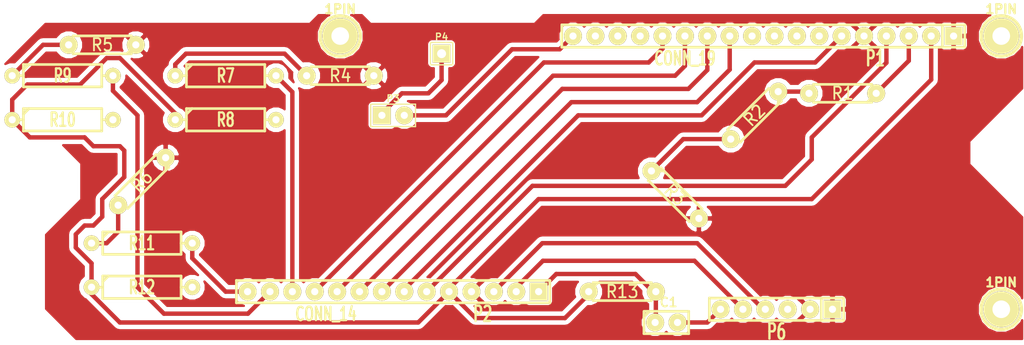
<source format=kicad_pcb>
(kicad_pcb (version 3) (host pcbnew "(2013-07-07 BZR 4022)-stable")

  (general
    (links 35)
    (no_connects 0)
    (area 16.399999 13.063 132.730501 51.81127)
    (thickness 1.6)
    (drawings 26)
    (tracks 113)
    (zones 0)
    (modules 22)
    (nets 24)
  )

  (page USLetter)
  (layers
    (15 F.Cu signal)
    (0 B.Cu signal)
    (16 B.Adhes user)
    (17 F.Adhes user)
    (18 B.Paste user)
    (19 F.Paste user)
    (20 B.SilkS user)
    (21 F.SilkS user)
    (22 B.Mask user)
    (23 F.Mask user)
    (24 Dwgs.User user)
    (25 Cmts.User user)
    (26 Eco1.User user)
    (27 Eco2.User user)
    (28 Edge.Cuts user)
  )

  (setup
    (last_trace_width 0.5)
    (trace_clearance 0.254)
    (zone_clearance 0.508)
    (zone_45_only no)
    (trace_min 0.254)
    (segment_width 0.2)
    (edge_width 0.1)
    (via_size 0.889)
    (via_drill 0.635)
    (via_min_size 0.889)
    (via_min_drill 0.508)
    (uvia_size 0.508)
    (uvia_drill 0.127)
    (uvias_allowed no)
    (uvia_min_size 0.508)
    (uvia_min_drill 0.127)
    (pcb_text_width 0.3)
    (pcb_text_size 1.5 1.5)
    (mod_edge_width 0.15)
    (mod_text_size 1 1)
    (mod_text_width 0.15)
    (pad_size 2.032 2.032)
    (pad_drill 0.8128)
    (pad_to_mask_clearance 0.4064)
    (solder_mask_min_width 0.4064)
    (pad_to_paste_clearance 0.4064)
    (aux_axis_origin 0 0)
    (visible_elements 7FFFFFFF)
    (pcbplotparams
      (layerselection 271613953)
      (usegerberextensions true)
      (excludeedgelayer true)
      (linewidth 0.150000)
      (plotframeref false)
      (viasonmask false)
      (mode 1)
      (useauxorigin false)
      (hpglpennumber 1)
      (hpglpenspeed 20)
      (hpglpendiameter 15)
      (hpglpenoverlay 2)
      (psnegative false)
      (psa4output false)
      (plotreference true)
      (plotvalue true)
      (plotothertext true)
      (plotinvisibletext false)
      (padsonsilk false)
      (subtractmaskfromsilk false)
      (outputformat 1)
      (mirror false)
      (drillshape 0)
      (scaleselection 1)
      (outputdirectory ../../Users/Administrator/Desktop/inter/))
  )

  (net 0 "")
  (net 1 +5V)
  (net 2 /10)
  (net 3 /2)
  (net 4 /3)
  (net 5 /4)
  (net 6 /6)
  (net 7 /7)
  (net 8 /9)
  (net 9 /A2)
  (net 10 /A3)
  (net 11 /BAT)
  (net 12 /DTR)
  (net 13 /R)
  (net 14 /RST)
  (net 15 /RX0)
  (net 16 /TX1)
  (net 17 /Vin)
  (net 18 GND)
  (net 19 N-0000010)
  (net 20 N-0000030)
  (net 21 N-0000031)
  (net 22 N-0000032)
  (net 23 N-0000034)

  (net_class Default "This is the default net class."
    (clearance 0.254)
    (trace_width 0.5)
    (via_dia 0.889)
    (via_drill 0.635)
    (uvia_dia 0.508)
    (uvia_drill 0.127)
    (add_net "")
    (add_net +5V)
    (add_net /10)
    (add_net /2)
    (add_net /3)
    (add_net /4)
    (add_net /6)
    (add_net /7)
    (add_net /9)
    (add_net /A2)
    (add_net /A3)
    (add_net /BAT)
    (add_net /DTR)
    (add_net /R)
    (add_net /RST)
    (add_net /RX0)
    (add_net /TX1)
    (add_net /Vin)
    (add_net GND)
    (add_net N-0000010)
    (add_net N-0000030)
    (add_net N-0000031)
    (add_net N-0000032)
    (add_net N-0000034)
  )

  (module SIL-18 (layer F.Cu) (tedit 52F2A1D3) (tstamp 52E1A086)
    (at 103 17 180)
    (descr "Connecteur 18 pins")
    (tags "CONN DEV")
    (path /52E194F0)
    (solder_mask_margin 0.4064)
    (solder_paste_margin -0.4064)
    (clearance 0.4064)
    (fp_text reference P1 (at -12.7 -2.54 180) (layer F.SilkS)
      (effects (font (size 1.72974 1.08712) (thickness 0.3048)))
    )
    (fp_text value CONN_19 (at 8.89 -2.54 180) (layer F.SilkS)
      (effects (font (size 1.524 1.016) (thickness 0.3048)))
    )
    (fp_line (start -22.86 -1.27) (end 22.86 -1.27) (layer F.SilkS) (width 0.3048))
    (fp_line (start 22.86 -1.27) (end 22.86 1.27) (layer F.SilkS) (width 0.3048))
    (fp_line (start 22.86 1.27) (end -22.86 1.27) (layer F.SilkS) (width 0.3048))
    (fp_line (start -22.86 1.27) (end -22.86 -1.27) (layer F.SilkS) (width 0.3048))
    (fp_line (start -20.32 -1.27) (end -20.32 1.27) (layer F.SilkS) (width 0.3048))
    (pad 1 thru_hole rect (at -21.59 0 180) (size 2.032 2.032) (drill 0.8128)
      (layers *.Cu *.Mask F.SilkS)
      (net 18 GND)
      (solder_mask_margin 0.4064)
      (solder_paste_margin -0.4064)
      (clearance 0.4064)
      (thermal_width 0.508)
      (thermal_gap 0.508)
    )
    (pad 2 thru_hole circle (at -19.05 0 180) (size 2.032 2.032) (drill 0.8128)
      (layers *.Cu *.Mask F.SilkS)
      (net 1 +5V)
      (solder_mask_margin 0.4064)
      (solder_paste_margin -0.4064)
    )
    (pad 3 thru_hole circle (at -16.51 0 180) (size 2.032 2.032) (drill 0.8128)
      (layers *.Cu *.Mask F.SilkS)
      (net 13 /R)
      (solder_mask_margin 0.4064)
      (solder_paste_margin -0.4064)
    )
    (pad 4 thru_hole circle (at -13.97 0 180) (size 2.032 2.032) (drill 0.8128)
      (layers *.Cu *.Mask F.SilkS)
      (net 8 /9)
      (solder_mask_margin 0.4064)
      (solder_paste_margin -0.4064)
    )
    (pad 5 thru_hole circle (at -11.43 0 180) (size 2.032 2.032) (drill 0.8128)
      (layers *.Cu *.Mask F.SilkS)
      (net 18 GND)
      (solder_mask_margin 0.4064)
      (solder_paste_margin -0.4064)
    )
    (pad 6 thru_hole circle (at -8.89 0 180) (size 2.032 2.032) (drill 0.8128)
      (layers *.Cu *.Mask F.SilkS)
      (net 2 /10)
      (solder_mask_margin 0.4064)
      (solder_paste_margin -0.4064)
      (clearance 0.4064)
      (thermal_width 0.508)
      (thermal_gap 0.508)
    )
    (pad 7 thru_hole circle (at -6.35 0 180) (size 2.032 2.032) (drill 0.8128)
      (layers *.Cu *.Mask F.SilkS)
      (solder_mask_margin 0.4064)
      (solder_paste_margin -0.4064)
    )
    (pad 8 thru_hole circle (at -3.81 0 180) (size 2.032 2.032) (drill 0.8128)
      (layers *.Cu *.Mask F.SilkS)
      (solder_mask_margin 0.4064)
      (solder_paste_margin -0.4064)
    )
    (pad 9 thru_hole circle (at -1.27 0 180) (size 2.032 2.032) (drill 0.8128)
      (layers *.Cu *.Mask F.SilkS)
      (solder_mask_margin 0.4064)
      (solder_paste_margin -0.4064)
    )
    (pad 10 thru_hole circle (at 1.27 0 180) (size 2.032 2.032) (drill 0.8128)
      (layers *.Cu *.Mask F.SilkS)
      (solder_mask_margin 0.4064)
      (solder_paste_margin -0.4064)
      (clearance 0.4064)
      (thermal_width 0.508)
      (thermal_gap 0.508)
    )
    (pad 11 thru_hole circle (at 3.81 0 180) (size 2.032 2.032) (drill 0.8128)
      (layers *.Cu *.Mask F.SilkS)
      (net 6 /6)
      (solder_mask_margin 0.4064)
      (solder_paste_margin -0.4064)
      (clearance 0.4064)
      (thermal_width 0.508)
      (thermal_gap 0.508)
    )
    (pad 12 thru_hole circle (at 6.35 0 180) (size 2.032 2.032) (drill 0.8128)
      (layers *.Cu *.Mask F.SilkS)
      (net 5 /4)
      (solder_mask_margin 0.4064)
      (solder_paste_margin -0.4064)
    )
    (pad 13 thru_hole circle (at 8.89 0 180) (size 2.032 2.032) (drill 0.8128)
      (layers *.Cu *.Mask F.SilkS)
      (net 4 /3)
      (solder_mask_margin 0.4064)
      (solder_paste_margin -0.4064)
    )
    (pad 14 thru_hole circle (at 11.43 0 180) (size 2.032 2.032) (drill 0.8128)
      (layers *.Cu *.Mask F.SilkS)
      (net 3 /2)
      (solder_mask_margin 0.4064)
      (solder_paste_margin -0.4064)
      (clearance 0.4064)
      (thermal_width 0.508)
      (thermal_gap 0.508)
    )
    (pad 15 thru_hole circle (at 13.97 0 180) (size 2.032 2.032) (drill 0.8128)
      (layers *.Cu *.Mask F.SilkS)
      (solder_mask_margin 0.4064)
      (solder_paste_margin -0.4064)
    )
    (pad 16 thru_hole circle (at 16.51 0 180) (size 2.032 2.032) (drill 0.8128)
      (layers *.Cu *.Mask F.SilkS)
      (solder_mask_margin 0.4064)
      (solder_paste_margin -0.4064)
    )
    (pad 17 thru_hole circle (at 19.05 0 180) (size 2.032 2.032) (drill 0.8128)
      (layers *.Cu *.Mask F.SilkS)
      (solder_mask_margin 0.4064)
      (solder_paste_margin -0.4064)
      (clearance 0.4064)
      (thermal_width 0.508)
      (thermal_gap 0.508)
    )
    (pad 18 thru_hole circle (at 21.59 0 180) (size 2.032 2.032) (drill 0.8128)
      (layers *.Cu *.Mask F.SilkS)
      (net 11 /BAT)
      (solder_mask_margin 0.4064)
      (solder_paste_margin -0.4064)
      (clearance 0.4064)
      (thermal_width 0.508)
      (thermal_gap 0.508)
    )
  )

  (module R4-5 (layer F.Cu) (tedit 416E8E97) (tstamp 52DD3D2A)
    (at 42 21.5)
    (path /52DD336B)
    (fp_text reference R7 (at 0 0) (layer F.SilkS)
      (effects (font (size 1.524 1.016) (thickness 0.3048)))
    )
    (fp_text value BTN (at 0 0) (layer F.SilkS) hide
      (effects (font (size 1.524 1.016) (thickness 0.3048)))
    )
    (fp_line (start -4.445 -1.27) (end -4.445 1.27) (layer F.SilkS) (width 0.3048))
    (fp_line (start -4.445 1.27) (end 4.445 1.27) (layer F.SilkS) (width 0.3048))
    (fp_line (start 4.445 1.27) (end 4.445 -1.27) (layer F.SilkS) (width 0.3048))
    (fp_line (start 4.445 -1.27) (end -4.445 -1.27) (layer F.SilkS) (width 0.3048))
    (fp_line (start -4.445 -0.635) (end -3.81 -1.27) (layer F.SilkS) (width 0.3048))
    (fp_line (start -4.445 0) (end -5.715 0) (layer F.SilkS) (width 0.3048))
    (fp_line (start 4.445 0) (end 5.715 0) (layer F.SilkS) (width 0.3048))
    (pad 1 thru_hole circle (at -5.715 0) (size 1.778 1.778) (drill 0.8128)
      (layers *.Cu *.Mask F.SilkS)
      (net 20 N-0000030)
      (solder_mask_margin 0.4064)
      (solder_paste_margin -0.4064)
    )
    (pad 2 thru_hole circle (at 5.715 0) (size 1.778 1.778) (drill 0.8128)
      (layers *.Cu *.Mask F.SilkS)
      (net 7 /7)
      (solder_mask_margin 0.4064)
      (solder_paste_margin -0.4064)
    )
    (model discret/resistor.wrl
      (at (xyz 0 0 0))
      (scale (xyz 0.45 0.45 0.45))
      (rotate (xyz 0 0 0))
    )
  )

  (module R4-5 (layer F.Cu) (tedit 52E1A2AF) (tstamp 52DD3D37)
    (at 42 26.5)
    (path /52DD3371)
    (fp_text reference R8 (at 0 0) (layer F.SilkS)
      (effects (font (size 1.524 1.016) (thickness 0.3048)))
    )
    (fp_text value BTN (at 0 0) (layer F.SilkS) hide
      (effects (font (size 1.524 1.016) (thickness 0.3048)))
    )
    (fp_line (start -4.445 -1.27) (end -4.445 1.27) (layer F.SilkS) (width 0.3048))
    (fp_line (start -4.445 1.27) (end 4.445 1.27) (layer F.SilkS) (width 0.3048))
    (fp_line (start 4.445 1.27) (end 4.445 -1.27) (layer F.SilkS) (width 0.3048))
    (fp_line (start 4.445 -1.27) (end -4.445 -1.27) (layer F.SilkS) (width 0.3048))
    (fp_line (start -4.445 -0.635) (end -3.81 -1.27) (layer F.SilkS) (width 0.3048))
    (fp_line (start -4.445 0) (end -5.715 0) (layer F.SilkS) (width 0.3048))
    (fp_line (start 4.445 0) (end 5.715 0) (layer F.SilkS) (width 0.3048))
    (pad 1 thru_hole circle (at -5.715 0) (size 1.778 1.778) (drill 0.8128)
      (layers *.Cu *.Mask F.SilkS)
      (net 1 +5V)
      (solder_mask_margin 0.4064)
      (solder_paste_margin -0.4064)
    )
    (pad 2 thru_hole circle (at 5.715 0) (size 1.778 1.778) (drill 0.8128)
      (layers *.Cu *.Mask F.SilkS)
      (solder_mask_margin 0.4064)
      (solder_paste_margin -0.4064)
      (clearance 0.4064)
      (thermal_width 0.508)
      (thermal_gap 0.508)
    )
    (model discret/resistor.wrl
      (at (xyz 0 0 0))
      (scale (xyz 0.45 0.45 0.45))
      (rotate (xyz 0 0 0))
    )
  )

  (module R4-5 (layer F.Cu) (tedit 416E8E97) (tstamp 530E1512)
    (at 23.5 21.5)
    (path /52DD38D4)
    (fp_text reference R9 (at 0 0) (layer F.SilkS)
      (effects (font (size 1.524 1.016) (thickness 0.3048)))
    )
    (fp_text value BTN (at 0 0) (layer F.SilkS) hide
      (effects (font (size 1.524 1.016) (thickness 0.3048)))
    )
    (fp_line (start -4.445 -1.27) (end -4.445 1.27) (layer F.SilkS) (width 0.3048))
    (fp_line (start -4.445 1.27) (end 4.445 1.27) (layer F.SilkS) (width 0.3048))
    (fp_line (start 4.445 1.27) (end 4.445 -1.27) (layer F.SilkS) (width 0.3048))
    (fp_line (start 4.445 -1.27) (end -4.445 -1.27) (layer F.SilkS) (width 0.3048))
    (fp_line (start -4.445 -0.635) (end -3.81 -1.27) (layer F.SilkS) (width 0.3048))
    (fp_line (start -4.445 0) (end -5.715 0) (layer F.SilkS) (width 0.3048))
    (fp_line (start 4.445 0) (end 5.715 0) (layer F.SilkS) (width 0.3048))
    (pad 1 thru_hole circle (at -5.715 0) (size 1.778 1.778) (drill 0.8128)
      (layers *.Cu *.Mask F.SilkS)
      (net 23 N-0000034)
      (solder_mask_margin 0.4064)
      (solder_paste_margin -0.4064)
    )
    (pad 2 thru_hole circle (at 5.715 0) (size 1.778 1.778) (drill 0.8128)
      (layers *.Cu *.Mask F.SilkS)
      (net 10 /A3)
      (solder_mask_margin 0.4064)
      (solder_paste_margin -0.4064)
    )
    (model discret/resistor.wrl
      (at (xyz 0 0 0))
      (scale (xyz 0.45 0.45 0.45))
      (rotate (xyz 0 0 0))
    )
  )

  (module R4-5 (layer F.Cu) (tedit 416E8E97) (tstamp 530E152E)
    (at 23.5 26.5)
    (path /52DD38DA)
    (fp_text reference R10 (at 0 0) (layer F.SilkS)
      (effects (font (size 1.524 1.016) (thickness 0.3048)))
    )
    (fp_text value BTN (at 0 0) (layer F.SilkS) hide
      (effects (font (size 1.524 1.016) (thickness 0.3048)))
    )
    (fp_line (start -4.445 -1.27) (end -4.445 1.27) (layer F.SilkS) (width 0.3048))
    (fp_line (start -4.445 1.27) (end 4.445 1.27) (layer F.SilkS) (width 0.3048))
    (fp_line (start 4.445 1.27) (end 4.445 -1.27) (layer F.SilkS) (width 0.3048))
    (fp_line (start 4.445 -1.27) (end -4.445 -1.27) (layer F.SilkS) (width 0.3048))
    (fp_line (start -4.445 -0.635) (end -3.81 -1.27) (layer F.SilkS) (width 0.3048))
    (fp_line (start -4.445 0) (end -5.715 0) (layer F.SilkS) (width 0.3048))
    (fp_line (start 4.445 0) (end 5.715 0) (layer F.SilkS) (width 0.3048))
    (pad 1 thru_hole circle (at -5.715 0) (size 1.778 1.778) (drill 0.8128)
      (layers *.Cu *.Mask F.SilkS)
      (net 1 +5V)
      (solder_mask_margin 0.4064)
      (solder_paste_margin -0.4064)
    )
    (pad 2 thru_hole circle (at 5.715 0) (size 1.778 1.778) (drill 0.8128)
      (layers *.Cu *.Mask F.SilkS)
      (solder_mask_margin 0.4064)
      (solder_paste_margin -0.4064)
    )
    (model discret/resistor.wrl
      (at (xyz 0 0 0))
      (scale (xyz 0.45 0.45 0.45))
      (rotate (xyz 0 0 0))
    )
  )

  (module R4-5 (layer F.Cu) (tedit 416E8E97) (tstamp 52DD3D5E)
    (at 32.5 45.5)
    (path /52DD38F4)
    (fp_text reference R12 (at 0 0) (layer F.SilkS)
      (effects (font (size 1.524 1.016) (thickness 0.3048)))
    )
    (fp_text value BTN (at 0 0) (layer F.SilkS) hide
      (effects (font (size 1.524 1.016) (thickness 0.3048)))
    )
    (fp_line (start -4.445 -1.27) (end -4.445 1.27) (layer F.SilkS) (width 0.3048))
    (fp_line (start -4.445 1.27) (end 4.445 1.27) (layer F.SilkS) (width 0.3048))
    (fp_line (start 4.445 1.27) (end 4.445 -1.27) (layer F.SilkS) (width 0.3048))
    (fp_line (start 4.445 -1.27) (end -4.445 -1.27) (layer F.SilkS) (width 0.3048))
    (fp_line (start -4.445 -0.635) (end -3.81 -1.27) (layer F.SilkS) (width 0.3048))
    (fp_line (start -4.445 0) (end -5.715 0) (layer F.SilkS) (width 0.3048))
    (fp_line (start 4.445 0) (end 5.715 0) (layer F.SilkS) (width 0.3048))
    (pad 1 thru_hole circle (at -5.715 0) (size 1.778 1.778) (drill 0.8128)
      (layers *.Cu *.Mask F.SilkS)
      (net 1 +5V)
      (solder_mask_margin 0.4064)
      (solder_paste_margin -0.4064)
    )
    (pad 2 thru_hole circle (at 5.715 0) (size 1.778 1.778) (drill 0.8128)
      (layers *.Cu *.Mask F.SilkS)
      (solder_mask_margin 0.4064)
      (solder_paste_margin -0.4064)
    )
    (model discret/resistor.wrl
      (at (xyz 0 0 0))
      (scale (xyz 0.45 0.45 0.45))
      (rotate (xyz 0 0 0))
    )
  )

  (module R4-5 (layer F.Cu) (tedit 416E8E97) (tstamp 52DD3D6B)
    (at 32.5 40.5)
    (path /52DD3A3B)
    (fp_text reference R11 (at 0 0) (layer F.SilkS)
      (effects (font (size 1.524 1.016) (thickness 0.3048)))
    )
    (fp_text value BTN (at 0 0) (layer F.SilkS) hide
      (effects (font (size 1.524 1.016) (thickness 0.3048)))
    )
    (fp_line (start -4.445 -1.27) (end -4.445 1.27) (layer F.SilkS) (width 0.3048))
    (fp_line (start -4.445 1.27) (end 4.445 1.27) (layer F.SilkS) (width 0.3048))
    (fp_line (start 4.445 1.27) (end 4.445 -1.27) (layer F.SilkS) (width 0.3048))
    (fp_line (start 4.445 -1.27) (end -4.445 -1.27) (layer F.SilkS) (width 0.3048))
    (fp_line (start -4.445 -0.635) (end -3.81 -1.27) (layer F.SilkS) (width 0.3048))
    (fp_line (start -4.445 0) (end -5.715 0) (layer F.SilkS) (width 0.3048))
    (fp_line (start 4.445 0) (end 5.715 0) (layer F.SilkS) (width 0.3048))
    (pad 1 thru_hole circle (at -5.715 0) (size 1.778 1.778) (drill 0.8128)
      (layers *.Cu *.Mask F.SilkS)
      (net 19 N-0000010)
      (solder_mask_margin 0.4064)
      (solder_paste_margin -0.4064)
    )
    (pad 2 thru_hole circle (at 5.715 0) (size 1.778 1.778) (drill 0.8128)
      (layers *.Cu *.Mask F.SilkS)
      (net 9 /A2)
      (solder_mask_margin 0.4064)
      (solder_paste_margin -0.4064)
    )
    (model discret/resistor.wrl
      (at (xyz 0 0 0))
      (scale (xyz 0.45 0.45 0.45))
      (rotate (xyz 0 0 0))
    )
  )

  (module R3-LARGE_PADS (layer F.Cu) (tedit 52FE5409) (tstamp 52DD3D79)
    (at 93 35 315)
    (descr "Resitance 3 pas")
    (tags R)
    (path /52DD279F)
    (autoplace_cost180 10)
    (fp_text reference R3 (at 0 0 315) (layer F.SilkS)
      (effects (font (size 1.397 1.27) (thickness 0.2032)))
    )
    (fp_text value "22 Omn" (at 0 0 315) (layer F.SilkS) hide
      (effects (font (size 1.397 1.27) (thickness 0.2032)))
    )
    (fp_line (start -3.81 0) (end -3.302 0) (layer F.SilkS) (width 0.3048))
    (fp_line (start 3.81 0) (end 3.302 0) (layer F.SilkS) (width 0.3048))
    (fp_line (start 3.302 0) (end 3.302 -1.016) (layer F.SilkS) (width 0.3048))
    (fp_line (start 3.302 -1.016) (end -3.302 -1.016) (layer F.SilkS) (width 0.3048))
    (fp_line (start -3.302 -1.016) (end -3.302 1.016) (layer F.SilkS) (width 0.3048))
    (fp_line (start -3.302 1.016) (end 3.302 1.016) (layer F.SilkS) (width 0.3048))
    (fp_line (start 3.302 1.016) (end 3.302 0) (layer F.SilkS) (width 0.3048))
    (fp_line (start -3.302 -0.508) (end -2.794 -1.016) (layer F.SilkS) (width 0.3048))
    (pad 1 thru_hole circle (at -3.81 0 315) (size 2.032 2.032) (drill 0.8128)
      (layers *.Cu *.Mask F.SilkS)
      (net 21 N-0000031)
    )
    (pad 2 thru_hole circle (at 3.81 0 315) (size 2.032 2.032) (drill 0.8128)
      (layers *.Cu *.Mask F.SilkS)
      (net 18 GND)
    )
    (model discret/resistor.wrl
      (at (xyz 0 0 0))
      (scale (xyz 0.3 0.3 0.3))
      (rotate (xyz 0 0 0))
    )
  )

  (module R3-LARGE_PADS (layer F.Cu) (tedit 47E26765) (tstamp 52DD3E43)
    (at 102 26 225)
    (descr "Resitance 3 pas")
    (tags R)
    (path /52DD27A5)
    (autoplace_cost180 10)
    (fp_text reference R2 (at 0 0 225) (layer F.SilkS)
      (effects (font (size 1.397 1.27) (thickness 0.2032)))
    )
    (fp_text value 1K (at 0 0 225) (layer F.SilkS) hide
      (effects (font (size 1.397 1.27) (thickness 0.2032)))
    )
    (fp_line (start -3.81 0) (end -3.302 0) (layer F.SilkS) (width 0.3048))
    (fp_line (start 3.81 0) (end 3.302 0) (layer F.SilkS) (width 0.3048))
    (fp_line (start 3.302 0) (end 3.302 -1.016) (layer F.SilkS) (width 0.3048))
    (fp_line (start 3.302 -1.016) (end -3.302 -1.016) (layer F.SilkS) (width 0.3048))
    (fp_line (start -3.302 -1.016) (end -3.302 1.016) (layer F.SilkS) (width 0.3048))
    (fp_line (start -3.302 1.016) (end 3.302 1.016) (layer F.SilkS) (width 0.3048))
    (fp_line (start 3.302 1.016) (end 3.302 0) (layer F.SilkS) (width 0.3048))
    (fp_line (start -3.302 -0.508) (end -2.794 -1.016) (layer F.SilkS) (width 0.3048))
    (pad 1 thru_hole circle (at -3.81 0 225) (size 2.032 2.032) (drill 0.8128)
      (layers *.Cu *.Mask F.SilkS)
      (net 22 N-0000032)
    )
    (pad 2 thru_hole circle (at 3.81 0 225) (size 2.032 2.032) (drill 0.8128)
      (layers *.Cu *.Mask F.SilkS)
      (net 21 N-0000031)
    )
    (model discret/resistor.wrl
      (at (xyz 0 0 0))
      (scale (xyz 0.3 0.3 0.3))
      (rotate (xyz 0 0 0))
    )
  )

  (module R3-LARGE_PADS (layer F.Cu) (tedit 47E26765) (tstamp 52DD3D95)
    (at 112 23.5 180)
    (descr "Resitance 3 pas")
    (tags R)
    (path /52DD27AB)
    (autoplace_cost180 10)
    (fp_text reference R1 (at 0 0 180) (layer F.SilkS)
      (effects (font (size 1.397 1.27) (thickness 0.2032)))
    )
    (fp_text value 1K (at 0 0 180) (layer F.SilkS) hide
      (effects (font (size 1.397 1.27) (thickness 0.2032)))
    )
    (fp_line (start -3.81 0) (end -3.302 0) (layer F.SilkS) (width 0.3048))
    (fp_line (start 3.81 0) (end 3.302 0) (layer F.SilkS) (width 0.3048))
    (fp_line (start 3.302 0) (end 3.302 -1.016) (layer F.SilkS) (width 0.3048))
    (fp_line (start 3.302 -1.016) (end -3.302 -1.016) (layer F.SilkS) (width 0.3048))
    (fp_line (start -3.302 -1.016) (end -3.302 1.016) (layer F.SilkS) (width 0.3048))
    (fp_line (start -3.302 1.016) (end 3.302 1.016) (layer F.SilkS) (width 0.3048))
    (fp_line (start 3.302 1.016) (end 3.302 0) (layer F.SilkS) (width 0.3048))
    (fp_line (start -3.302 -0.508) (end -2.794 -1.016) (layer F.SilkS) (width 0.3048))
    (pad 1 thru_hole circle (at -3.81 0 180) (size 2.032 2.032) (drill 0.8128)
      (layers *.Cu *.Mask F.SilkS)
      (net 13 /R)
    )
    (pad 2 thru_hole circle (at 3.81 0 180) (size 2.032 2.032) (drill 0.8128)
      (layers *.Cu *.Mask F.SilkS)
      (net 22 N-0000032)
    )
    (model discret/resistor.wrl
      (at (xyz 0 0 0))
      (scale (xyz 0.3 0.3 0.3))
      (rotate (xyz 0 0 0))
    )
  )

  (module R3-LARGE_PADS (layer F.Cu) (tedit 47E26765) (tstamp 52DD3DA3)
    (at 55 21.5 180)
    (descr "Resitance 3 pas")
    (tags R)
    (path /52DD2923)
    (autoplace_cost180 10)
    (fp_text reference R4 (at 0 0 180) (layer F.SilkS)
      (effects (font (size 1.397 1.27) (thickness 0.2032)))
    )
    (fp_text value 10K (at 0 0 180) (layer F.SilkS) hide
      (effects (font (size 1.397 1.27) (thickness 0.2032)))
    )
    (fp_line (start -3.81 0) (end -3.302 0) (layer F.SilkS) (width 0.3048))
    (fp_line (start 3.81 0) (end 3.302 0) (layer F.SilkS) (width 0.3048))
    (fp_line (start 3.302 0) (end 3.302 -1.016) (layer F.SilkS) (width 0.3048))
    (fp_line (start 3.302 -1.016) (end -3.302 -1.016) (layer F.SilkS) (width 0.3048))
    (fp_line (start -3.302 -1.016) (end -3.302 1.016) (layer F.SilkS) (width 0.3048))
    (fp_line (start -3.302 1.016) (end 3.302 1.016) (layer F.SilkS) (width 0.3048))
    (fp_line (start 3.302 1.016) (end 3.302 0) (layer F.SilkS) (width 0.3048))
    (fp_line (start -3.302 -0.508) (end -2.794 -1.016) (layer F.SilkS) (width 0.3048))
    (pad 1 thru_hole circle (at -3.81 0 180) (size 2.032 2.032) (drill 0.8128)
      (layers *.Cu *.Mask F.SilkS)
      (net 18 GND)
    )
    (pad 2 thru_hole circle (at 3.81 0 180) (size 2.032 2.032) (drill 0.8128)
      (layers *.Cu *.Mask F.SilkS)
      (net 20 N-0000030)
    )
    (model discret/resistor.wrl
      (at (xyz 0 0 0))
      (scale (xyz 0.3 0.3 0.3))
      (rotate (xyz 0 0 0))
    )
  )

  (module R3-LARGE_PADS (layer F.Cu) (tedit 47E26765) (tstamp 530E14F6)
    (at 28 18 180)
    (descr "Resitance 3 pas")
    (tags R)
    (path /52DD38C9)
    (autoplace_cost180 10)
    (fp_text reference R5 (at 0 0 180) (layer F.SilkS)
      (effects (font (size 1.397 1.27) (thickness 0.2032)))
    )
    (fp_text value 10K (at 0 0 180) (layer F.SilkS) hide
      (effects (font (size 1.397 1.27) (thickness 0.2032)))
    )
    (fp_line (start -3.81 0) (end -3.302 0) (layer F.SilkS) (width 0.3048))
    (fp_line (start 3.81 0) (end 3.302 0) (layer F.SilkS) (width 0.3048))
    (fp_line (start 3.302 0) (end 3.302 -1.016) (layer F.SilkS) (width 0.3048))
    (fp_line (start 3.302 -1.016) (end -3.302 -1.016) (layer F.SilkS) (width 0.3048))
    (fp_line (start -3.302 -1.016) (end -3.302 1.016) (layer F.SilkS) (width 0.3048))
    (fp_line (start -3.302 1.016) (end 3.302 1.016) (layer F.SilkS) (width 0.3048))
    (fp_line (start 3.302 1.016) (end 3.302 0) (layer F.SilkS) (width 0.3048))
    (fp_line (start -3.302 -0.508) (end -2.794 -1.016) (layer F.SilkS) (width 0.3048))
    (pad 1 thru_hole circle (at -3.81 0 180) (size 2.032 2.032) (drill 0.8128)
      (layers *.Cu *.Mask F.SilkS)
      (net 18 GND)
    )
    (pad 2 thru_hole circle (at 3.81 0 180) (size 2.032 2.032) (drill 0.8128)
      (layers *.Cu *.Mask F.SilkS)
      (net 23 N-0000034)
    )
    (model discret/resistor.wrl
      (at (xyz 0 0 0))
      (scale (xyz 0.3 0.3 0.3))
      (rotate (xyz 0 0 0))
    )
  )

  (module R3-LARGE_PADS (layer F.Cu) (tedit 47E26765) (tstamp 52DD3DBF)
    (at 32.5 33.5 225)
    (descr "Resitance 3 pas")
    (tags R)
    (path /52DD38E3)
    (autoplace_cost180 10)
    (fp_text reference R6 (at 0 0 225) (layer F.SilkS)
      (effects (font (size 1.397 1.27) (thickness 0.2032)))
    )
    (fp_text value 10K (at 0 0 225) (layer F.SilkS) hide
      (effects (font (size 1.397 1.27) (thickness 0.2032)))
    )
    (fp_line (start -3.81 0) (end -3.302 0) (layer F.SilkS) (width 0.3048))
    (fp_line (start 3.81 0) (end 3.302 0) (layer F.SilkS) (width 0.3048))
    (fp_line (start 3.302 0) (end 3.302 -1.016) (layer F.SilkS) (width 0.3048))
    (fp_line (start 3.302 -1.016) (end -3.302 -1.016) (layer F.SilkS) (width 0.3048))
    (fp_line (start -3.302 -1.016) (end -3.302 1.016) (layer F.SilkS) (width 0.3048))
    (fp_line (start -3.302 1.016) (end 3.302 1.016) (layer F.SilkS) (width 0.3048))
    (fp_line (start 3.302 1.016) (end 3.302 0) (layer F.SilkS) (width 0.3048))
    (fp_line (start -3.302 -0.508) (end -2.794 -1.016) (layer F.SilkS) (width 0.3048))
    (pad 1 thru_hole circle (at -3.81 0 225) (size 2.032 2.032) (drill 0.8128)
      (layers *.Cu *.Mask F.SilkS)
      (net 18 GND)
    )
    (pad 2 thru_hole circle (at 3.81 0 225) (size 2.032 2.032) (drill 0.8128)
      (layers *.Cu *.Mask F.SilkS)
      (net 19 N-0000010)
    )
    (model discret/resistor.wrl
      (at (xyz 0 0 0))
      (scale (xyz 0.3 0.3 0.3))
      (rotate (xyz 0 0 0))
    )
  )

  (module 1pin (layer F.Cu) (tedit 52FE44A5) (tstamp 52DDF5EB)
    (at 55 17)
    (descr "module 1 pin (ou trou mecanique de percage)")
    (tags DEV)
    (path 1pin)
    (fp_text reference 1PIN (at 0 -3.048) (layer F.SilkS)
      (effects (font (size 1.016 1.016) (thickness 0.254)))
    )
    (fp_text value P*** (at 0 2.794) (layer F.SilkS) hide
      (effects (font (size 1.016 1.016) (thickness 0.254)))
    )
    (fp_circle (center 0 0) (end 0 -2.286) (layer F.SilkS) (width 0.381))
    (pad 1 thru_hole circle (at 0 0) (size 4.064 4.064) (drill 2)
      (layers *.Cu *.Mask F.SilkS)
    )
  )

  (module 1pin (layer F.Cu) (tedit 200000) (tstamp 52DDF5F6)
    (at 130 17)
    (descr "module 1 pin (ou trou mecanique de percage)")
    (tags DEV)
    (path 1pin)
    (fp_text reference 1PIN (at 0 -3.048) (layer F.SilkS)
      (effects (font (size 1.016 1.016) (thickness 0.254)))
    )
    (fp_text value P*** (at 0 2.794) (layer F.SilkS) hide
      (effects (font (size 1.016 1.016) (thickness 0.254)))
    )
    (fp_circle (center 0 0) (end 0 -2.286) (layer F.SilkS) (width 0.381))
    (pad 1 thru_hole circle (at 0 0) (size 4.064 4.064) (drill 2)
      (layers *.Cu *.Mask F.SilkS)
    )
  )

  (module 1pin (layer F.Cu) (tedit 200000) (tstamp 52DDF601)
    (at 130 48)
    (descr "module 1 pin (ou trou mecanique de percage)")
    (tags DEV)
    (path 1pin)
    (fp_text reference 1PIN (at 0 -3.048) (layer F.SilkS)
      (effects (font (size 1.016 1.016) (thickness 0.254)))
    )
    (fp_text value P*** (at 0 2.794) (layer F.SilkS) hide
      (effects (font (size 1.016 1.016) (thickness 0.254)))
    )
    (fp_circle (center 0 0) (end 0 -2.286) (layer F.SilkS) (width 0.381))
    (pad 1 thru_hole circle (at 0 0) (size 4.064 4.064) (drill 2)
      (layers *.Cu *.Mask F.SilkS)
    )
  )

  (module SIL-6 (layer F.Cu) (tedit 52F2A1F7) (tstamp 52E1938D)
    (at 104.5 48 180)
    (descr "Connecteur 6 pins")
    (tags "CONN DEV")
    (path /52E190A8)
    (fp_text reference P6 (at 0 -2.54 180) (layer F.SilkS)
      (effects (font (size 1.72974 1.08712) (thickness 0.3048)))
    )
    (fp_text value CONN_6 (at 0 -2.54 180) (layer F.SilkS) hide
      (effects (font (size 1.524 1.016) (thickness 0.3048)))
    )
    (fp_line (start -7.62 1.27) (end -7.62 -1.27) (layer F.SilkS) (width 0.3048))
    (fp_line (start -7.62 -1.27) (end 7.62 -1.27) (layer F.SilkS) (width 0.3048))
    (fp_line (start 7.62 -1.27) (end 7.62 1.27) (layer F.SilkS) (width 0.3048))
    (fp_line (start 7.62 1.27) (end -7.62 1.27) (layer F.SilkS) (width 0.3048))
    (fp_line (start -5.08 1.27) (end -5.08 -1.27) (layer F.SilkS) (width 0.3048))
    (pad 1 thru_hole rect (at -6.35 0 180) (size 2.032 2.032) (drill 0.8128)
      (layers *.Cu *.Mask F.SilkS)
      (net 18 GND)
    )
    (pad 2 thru_hole circle (at -3.81 0 180) (size 2.032 2.032) (drill 0.8128)
      (layers *.Cu *.Mask F.SilkS)
      (net 18 GND)
      (solder_mask_margin 0.4064)
      (solder_paste_margin -0.4064)
    )
    (pad 3 thru_hole circle (at -1.27 0 180) (size 2.032 2.032) (drill 0.8128)
      (layers *.Cu *.Mask F.SilkS)
      (solder_mask_margin 0.4064)
      (solder_paste_margin -0.4064)
      (clearance 0.4064)
      (thermal_width 0.508)
      (thermal_gap 0.508)
    )
    (pad 4 thru_hole circle (at 1.27 0 180) (size 2.032 2.032) (drill 0.8128)
      (layers *.Cu *.Mask F.SilkS)
      (net 16 /TX1)
      (solder_mask_margin 0.4064)
      (solder_paste_margin -0.4064)
    )
    (pad 5 thru_hole circle (at 3.81 0 180) (size 2.032 2.032) (drill 0.8128)
      (layers *.Cu *.Mask F.SilkS)
      (net 15 /RX0)
      (solder_mask_margin 0.4064)
      (solder_paste_margin -0.4064)
    )
    (pad 6 thru_hole circle (at 6.35 0 180) (size 2.032 2.032) (drill 0.8128)
      (layers *.Cu *.Mask F.SilkS)
      (net 12 /DTR)
      (solder_mask_margin 0.4064)
      (solder_paste_margin -0.4064)
    )
  )

  (module PIN_ARRAY_2X1 (layer F.Cu) (tedit 52F2A1B0) (tstamp 52E19397)
    (at 61 26)
    (descr "Connecteurs 2 pins")
    (tags "CONN DEV")
    (path /52DFEF81)
    (fp_text reference P3 (at 0 -1.905) (layer F.SilkS)
      (effects (font (size 0.762 0.762) (thickness 0.1524)))
    )
    (fp_text value CONN_2 (at 0 -1.905) (layer F.SilkS) hide
      (effects (font (size 0.762 0.762) (thickness 0.1524)))
    )
    (fp_line (start -2.54 1.27) (end -2.54 -1.27) (layer F.SilkS) (width 0.1524))
    (fp_line (start -2.54 -1.27) (end 2.54 -1.27) (layer F.SilkS) (width 0.1524))
    (fp_line (start 2.54 -1.27) (end 2.54 1.27) (layer F.SilkS) (width 0.1524))
    (fp_line (start 2.54 1.27) (end -2.54 1.27) (layer F.SilkS) (width 0.1524))
    (pad 1 thru_hole rect (at -1.27 0) (size 2.032 2.032) (drill 0.8128)
      (layers *.Cu *.Mask F.SilkS)
      (net 17 /Vin)
      (solder_mask_margin 0.4064)
      (solder_paste_margin -0.4064)
      (clearance 0.4064)
      (thermal_width 0.508)
      (thermal_gap 0.508)
    )
    (pad 2 thru_hole circle (at 1.27 0) (size 2.032 2.032) (drill 0.8128)
      (layers *.Cu *.Mask F.SilkS)
      (net 11 /BAT)
      (solder_mask_margin 0.4064)
      (solder_paste_margin -0.4064)
      (clearance 0.4064)
      (thermal_width 0.508)
      (thermal_gap 0.508)
    )
    (model pin_array/pins_array_2x1.wrl
      (at (xyz 0 0 0))
      (scale (xyz 1 1 1))
      (rotate (xyz 0 0 0))
    )
  )

  (module PIN_ARRAY_1 (layer F.Cu) (tedit 52F2A1C2) (tstamp 52E193A9)
    (at 66.5 19)
    (descr "1 pin")
    (tags "CONN DEV")
    (path /52DFEFA3)
    (fp_text reference P4 (at 0 -1.905) (layer F.SilkS)
      (effects (font (size 0.762 0.762) (thickness 0.1524)))
    )
    (fp_text value CONN_1 (at 0 -1.905) (layer F.SilkS) hide
      (effects (font (size 0.762 0.762) (thickness 0.1524)))
    )
    (fp_line (start 1.27 1.27) (end -1.27 1.27) (layer F.SilkS) (width 0.1524))
    (fp_line (start -1.27 -1.27) (end 1.27 -1.27) (layer F.SilkS) (width 0.1524))
    (fp_line (start -1.27 1.27) (end -1.27 -1.27) (layer F.SilkS) (width 0.1524))
    (fp_line (start 1.27 -1.27) (end 1.27 1.27) (layer F.SilkS) (width 0.1524))
    (pad 1 thru_hole rect (at 0 0) (size 2.032 2.032) (drill 1.016)
      (layers *.Cu *.Mask F.SilkS)
      (net 17 /Vin)
      (solder_mask_margin 0.4064)
      (solder_paste_margin -0.4064)
      (clearance 0.4064)
      (thermal_width 0.508)
      (thermal_gap 0.508)
    )
    (model pin_array\pin_1.wrl
      (at (xyz 0 0 0))
      (scale (xyz 1 1 1))
      (rotate (xyz 0 0 0))
    )
  )

  (module SIL-14 (layer F.Cu) (tedit 52F2A1E7) (tstamp 52E19647)
    (at 61 46 180)
    (descr "Connecteur 14 pins")
    (tags "CONN DEV")
    (path /52E191A3)
    (fp_text reference P2 (at -10.16 -2.54 180) (layer F.SilkS)
      (effects (font (size 1.72974 1.08712) (thickness 0.3048)))
    )
    (fp_text value CONN_14 (at 7.62 -2.54 180) (layer F.SilkS)
      (effects (font (size 1.524 1.016) (thickness 0.3048)))
    )
    (fp_line (start -17.78 -1.27) (end 17.78 -1.27) (layer F.SilkS) (width 0.3048))
    (fp_line (start 17.78 -1.27) (end 17.78 1.27) (layer F.SilkS) (width 0.3048))
    (fp_line (start 17.78 1.27) (end -17.78 1.27) (layer F.SilkS) (width 0.3048))
    (fp_line (start -17.78 1.27) (end -17.78 -1.27) (layer F.SilkS) (width 0.3048))
    (pad 1 thru_hole rect (at -16.51 0 180) (size 2.032 2.032) (drill 0.8128)
      (layers *.Cu *.Mask F.SilkS)
      (net 14 /RST)
      (solder_mask_margin 0.4064)
      (solder_paste_margin -0.4064)
      (clearance 0.4064)
      (thermal_width 0.508)
      (thermal_gap 0.508)
    )
    (pad 2 thru_hole circle (at -13.97 0 180) (size 2.032 2.032) (drill 0.8128)
      (layers *.Cu *.Mask F.SilkS)
      (net 15 /RX0)
      (solder_mask_margin 0.4064)
      (solder_paste_margin -0.4064)
      (clearance 0.4064)
      (thermal_width 0.508)
      (thermal_gap 0.508)
    )
    (pad 3 thru_hole circle (at -11.43 0 180) (size 2.032 2.032) (drill 0.8128)
      (layers *.Cu *.Mask F.SilkS)
      (net 16 /TX1)
      (solder_mask_margin 0.4064)
      (solder_paste_margin -0.4064)
    )
    (pad 4 thru_hole circle (at -8.89 0 180) (size 2.032 2.032) (drill 0.8128)
      (layers *.Cu *.Mask F.SilkS)
      (net 18 GND)
      (solder_mask_margin 0.4064)
      (solder_paste_margin -0.4064)
      (clearance 0.4064)
      (thermal_width 0.508)
      (thermal_gap 0.508)
    )
    (pad 5 thru_hole circle (at -6.35 0 180) (size 2.032 2.032) (drill 0.8128)
      (layers *.Cu *.Mask F.SilkS)
      (net 1 +5V)
      (solder_mask_margin 0.4064)
      (solder_paste_margin -0.4064)
    )
    (pad 6 thru_hole circle (at -3.81 0 180) (size 2.032 2.032) (drill 0.8128)
      (layers *.Cu *.Mask F.SilkS)
      (net 8 /9)
      (solder_mask_margin 0.4064)
      (solder_paste_margin -0.4064)
    )
    (pad 7 thru_hole circle (at -1.27 0 180) (size 2.032 2.032) (drill 0.8128)
      (layers *.Cu *.Mask F.SilkS)
      (net 2 /10)
      (solder_mask_margin 0.4064)
      (solder_paste_margin -0.4064)
    )
    (pad 8 thru_hole circle (at 1.27 0 180) (size 2.032 2.032) (drill 0.8128)
      (layers *.Cu *.Mask F.SilkS)
      (net 6 /6)
      (solder_mask_margin 0.4064)
      (solder_paste_margin -0.4064)
    )
    (pad 9 thru_hole circle (at 3.81 0 180) (size 2.032 2.032) (drill 0.8128)
      (layers *.Cu *.Mask F.SilkS)
      (net 5 /4)
      (solder_mask_margin 0.4064)
      (solder_paste_margin -0.4064)
    )
    (pad 10 thru_hole circle (at 6.35 0 180) (size 2.032 2.032) (drill 0.8128)
      (layers *.Cu *.Mask F.SilkS)
      (net 4 /3)
      (solder_mask_margin 0.4064)
      (solder_paste_margin -0.4064)
    )
    (pad 11 thru_hole circle (at 8.89 0 180) (size 2.032 2.032) (drill 0.8128)
      (layers *.Cu *.Mask F.SilkS)
      (net 3 /2)
      (solder_mask_margin 0.4064)
      (solder_paste_margin -0.4064)
    )
    (pad 12 thru_hole circle (at 11.43 0 180) (size 2.032 2.032) (drill 0.8128)
      (layers *.Cu *.Mask F.SilkS)
      (net 7 /7)
      (solder_mask_margin 0.4064)
      (solder_paste_margin -0.4064)
    )
    (pad 13 thru_hole circle (at 13.97 0 180) (size 2.032 2.032) (drill 0.8128)
      (layers *.Cu *.Mask F.SilkS)
      (net 10 /A3)
      (solder_mask_margin 0.4064)
      (solder_paste_margin -0.4064)
    )
    (pad 14 thru_hole circle (at 16.51 0 180) (size 2.032 2.032) (drill 0.8128)
      (layers *.Cu *.Mask F.SilkS)
      (net 9 /A2)
      (solder_mask_margin 0.4064)
      (solder_paste_margin -0.4064)
    )
  )

  (module R3-LARGE_PADS (layer F.Cu) (tedit 47E26765) (tstamp 52FE52F3)
    (at 87 46)
    (descr "Resitance 3 pas")
    (tags R)
    (path /52FE4F86)
    (autoplace_cost180 10)
    (fp_text reference R13 (at 0 0) (layer F.SilkS)
      (effects (font (size 1.397 1.27) (thickness 0.2032)))
    )
    (fp_text value 10K (at 0 0) (layer F.SilkS) hide
      (effects (font (size 1.397 1.27) (thickness 0.2032)))
    )
    (fp_line (start -3.81 0) (end -3.302 0) (layer F.SilkS) (width 0.3048))
    (fp_line (start 3.81 0) (end 3.302 0) (layer F.SilkS) (width 0.3048))
    (fp_line (start 3.302 0) (end 3.302 -1.016) (layer F.SilkS) (width 0.3048))
    (fp_line (start 3.302 -1.016) (end -3.302 -1.016) (layer F.SilkS) (width 0.3048))
    (fp_line (start -3.302 -1.016) (end -3.302 1.016) (layer F.SilkS) (width 0.3048))
    (fp_line (start -3.302 1.016) (end 3.302 1.016) (layer F.SilkS) (width 0.3048))
    (fp_line (start 3.302 1.016) (end 3.302 0) (layer F.SilkS) (width 0.3048))
    (fp_line (start -3.302 -0.508) (end -2.794 -1.016) (layer F.SilkS) (width 0.3048))
    (pad 1 thru_hole circle (at -3.81 0) (size 2.032 2.032) (drill 0.8128)
      (layers *.Cu *.Mask F.SilkS)
      (net 1 +5V)
    )
    (pad 2 thru_hole circle (at 3.81 0) (size 2.032 2.032) (drill 0.8128)
      (layers *.Cu *.Mask F.SilkS)
      (net 14 /RST)
    )
    (model discret/resistor.wrl
      (at (xyz 0 0 0))
      (scale (xyz 0.3 0.3 0.3))
      (rotate (xyz 0 0 0))
    )
  )

  (module C1 (layer F.Cu) (tedit 52FE5440) (tstamp 52FE52FE)
    (at 92 49.5)
    (descr "Condensateur e = 1 pas")
    (tags C)
    (path /52FE4F8E)
    (fp_text reference C1 (at 0.254 -2.286) (layer F.SilkS)
      (effects (font (size 1.016 1.016) (thickness 0.2032)))
    )
    (fp_text value "0.1 uF" (at 0 -2.286) (layer F.SilkS) hide
      (effects (font (size 1.016 1.016) (thickness 0.2032)))
    )
    (fp_line (start -2.4892 -1.27) (end 2.54 -1.27) (layer F.SilkS) (width 0.3048))
    (fp_line (start 2.54 -1.27) (end 2.54 1.27) (layer F.SilkS) (width 0.3048))
    (fp_line (start 2.54 1.27) (end -2.54 1.27) (layer F.SilkS) (width 0.3048))
    (fp_line (start -2.54 1.27) (end -2.54 -1.27) (layer F.SilkS) (width 0.3048))
    (fp_line (start -2.54 -0.635) (end -1.905 -1.27) (layer F.SilkS) (width 0.3048))
    (pad 1 thru_hole circle (at -1.27 0) (size 2.032 2.032) (drill 0.8128)
      (layers *.Cu *.Mask F.SilkS)
      (net 14 /RST)
    )
    (pad 2 thru_hole circle (at 1.27 0) (size 2.032 2.032) (drill 0.8128)
      (layers *.Cu *.Mask F.SilkS)
      (net 12 /DTR)
    )
    (model discret/capa_1_pas.wrl
      (at (xyz 0 0 0))
      (scale (xyz 1 1 1))
      (rotate (xyz 0 0 0))
    )
  )

  (gr_line (start 132.5 23) (end 126.5 29) (angle 90) (layer Eco2.User) (width 0.2))
  (gr_line (start 126.5 31.5) (end 126.5 29) (angle 90) (layer Eco2.User) (width 0.2))
  (gr_line (start 132.5 37.5) (end 126.5 31.5) (angle 90) (layer Eco2.User) (width 0.2))
  (gr_line (start 132.5 23) (end 132.5 14.5) (angle 90) (layer Eco2.User) (width 0.2))
  (gr_line (start 78 14.5) (end 132.5 14.5) (angle 90) (layer Eco2.User) (width 0.2))
  (gr_line (start 78 14.5) (end 77 15.5) (angle 90) (layer Eco2.User) (width 0.2))
  (gr_line (start 77 15.5) (end 58.5 15.5) (angle 90) (layer Eco2.User) (width 0.2))
  (gr_line (start 57.5 14.5) (end 58.5 15.5) (angle 90) (layer Eco2.User) (width 0.2))
  (gr_line (start 52.5 14.5) (end 57.5 14.5) (angle 90) (layer Eco2.User) (width 0.2))
  (gr_line (start 52.5 14.5) (end 51.5 15.5) (angle 90) (layer Eco2.User) (width 0.2))
  (gr_line (start 51.5 15.5) (end 21.5 15.5) (angle 90) (layer Eco2.User) (width 0.2))
  (gr_line (start 16.5 20.5) (end 21.5 15.5) (angle 90) (layer Eco2.User) (width 0.2))
  (gr_line (start 16.5 28.5) (end 16.5 20.5) (angle 90) (layer Eco2.User) (width 0.2))
  (gr_line (start 16.5 28.5) (end 17.5 29.5) (angle 90) (layer Eco2.User) (width 0.2))
  (gr_line (start 132.5 37.5) (end 132.5 51.5) (angle 90) (layer Eco2.User) (width 0.2))
  (gr_line (start 21.5 39.5) (end 21.5 48) (angle 90) (layer Eco2.User) (width 0.2))
  (gr_line (start 23.5 29.5) (end 17.5 29.5) (angle 90) (layer Eco2.User) (width 0.2))
  (gr_line (start 25.5 31.5) (end 23.5 29.5) (angle 90) (layer Eco2.User) (width 0.2))
  (gr_line (start 25.5 35.5) (end 25.5 31.5) (angle 90) (layer Eco2.User) (width 0.2))
  (gr_line (start 21.5 39.5) (end 25.5 35.5) (angle 90) (layer Eco2.User) (width 0.2))
  (gr_line (start 25 51.5) (end 21.5 48) (angle 90) (layer Eco2.User) (width 0.2))
  (gr_line (start 132.5 51.5) (end 25 51.5) (angle 90) (layer Eco2.User) (width 0.2))
  (gr_line (start 130 17) (end 129.5 17) (angle 90) (layer Edge.Cuts) (width 0.1))
  (gr_line (start 130 17) (end 130.5 17) (angle 90) (layer Edge.Cuts) (width 0.1))
  (gr_line (start 130 16.5) (end 130 17.5) (angle 90) (layer Edge.Cuts) (width 0.1))
  (gr_line (start 130 17) (end 130 16.5) (angle 90) (layer Edge.Cuts) (width 0.1))

  (segment (start 83.19 46) (end 83.19 46.31) (width 0.5) (layer F.Cu) (net 1))
  (segment (start 70.35 49) (end 67.35 46) (width 0.5) (layer F.Cu) (net 1) (tstamp 52FE53B4))
  (segment (start 80.5 49) (end 70.35 49) (width 0.5) (layer F.Cu) (net 1) (tstamp 52FE53B2))
  (segment (start 83.19 46.31) (end 80.5 49) (width 0.5) (layer F.Cu) (net 1) (tstamp 52FE53B1))
  (segment (start 26.785 45.5) (end 26.785 42.785) (width 0.5) (layer F.Cu) (net 1))
  (segment (start 27 29.5) (end 26 28.5) (width 0.5) (layer F.Cu) (net 1) (tstamp 52F8E5CD))
  (segment (start 26 28.5) (end 19.785 28.5) (width 0.5) (layer F.Cu) (net 1) (tstamp 52F8E5D1))
  (segment (start 19.785 28.5) (end 17.785 26.5) (width 0.5) (layer F.Cu) (net 1) (tstamp 52F8E5D8))
  (segment (start 30 29.5) (end 27 29.5) (width 0.5) (layer F.Cu) (net 1) (tstamp 52F8E66E))
  (segment (start 30.5 30) (end 30 29.5) (width 0.5) (layer F.Cu) (net 1) (tstamp 52F8E66B))
  (segment (start 30.5 33) (end 30.5 30) (width 0.5) (layer F.Cu) (net 1) (tstamp 52F8E669))
  (segment (start 28 35.5) (end 30.5 33) (width 0.5) (layer F.Cu) (net 1) (tstamp 52F8E666))
  (segment (start 28 37.5) (end 28 35.5) (width 0.5) (layer F.Cu) (net 1) (tstamp 52F8E663))
  (segment (start 27 38.5) (end 28 37.5) (width 0.5) (layer F.Cu) (net 1) (tstamp 52F8E660))
  (segment (start 26 38.5) (end 27 38.5) (width 0.5) (layer F.Cu) (net 1) (tstamp 52F8E65F))
  (segment (start 25 39.5) (end 26 38.5) (width 0.5) (layer F.Cu) (net 1) (tstamp 52F8E65E))
  (segment (start 25 41) (end 25 39.5) (width 0.5) (layer F.Cu) (net 1) (tstamp 52F8E65C))
  (segment (start 26.785 42.785) (end 25 41) (width 0.5) (layer F.Cu) (net 1) (tstamp 52F8E659))
  (segment (start 26.785 45.5) (end 26.785 46.285) (width 0.5) (layer F.Cu) (net 1))
  (segment (start 63.85 49.5) (end 67.35 46) (width 0.5) (layer F.Cu) (net 1) (tstamp 52F8E1FF))
  (segment (start 30 49.5) (end 63.85 49.5) (width 0.5) (layer F.Cu) (net 1) (tstamp 52F8E1FB))
  (segment (start 26.785 46.285) (end 30 49.5) (width 0.5) (layer F.Cu) (net 1) (tstamp 52F8E1F9))
  (segment (start 67.35 46) (end 67.35 45.65) (width 0.5) (layer F.Cu) (net 1))
  (segment (start 67.35 45.65) (end 77.5 35.5) (width 0.5) (layer F.Cu) (net 1) (tstamp 52F8E142))
  (segment (start 77.5 35.5) (end 108.5 35.5) (width 0.5) (layer F.Cu) (net 1) (tstamp 52F8E146))
  (segment (start 108.5 35.5) (end 122.05 21.95) (width 0.5) (layer F.Cu) (net 1) (tstamp 52F8E149))
  (segment (start 122.05 21.95) (end 122.05 17) (width 0.5) (layer F.Cu) (net 1) (tstamp 52F8E151))
  (segment (start 17.785 26.5) (end 17.785 24.215) (width 0.5) (layer F.Cu) (net 1))
  (segment (start 36.285 25.785) (end 36.285 26.5) (width 0.5) (layer F.Cu) (net 1) (tstamp 52F6EECC))
  (segment (start 30 19.5) (end 36.285 25.785) (width 0.5) (layer F.Cu) (net 1) (tstamp 52F6EEC5))
  (segment (start 28.5 19.5) (end 30 19.5) (width 0.5) (layer F.Cu) (net 1) (tstamp 52F6EEC4))
  (segment (start 25.5 22.5) (end 28.5 19.5) (width 0.5) (layer F.Cu) (net 1) (tstamp 52F6EEBF))
  (segment (start 19.5 22.5) (end 25.5 22.5) (width 0.5) (layer F.Cu) (net 1) (tstamp 52F6EEBD))
  (segment (start 17.785 24.215) (end 19.5 22.5) (width 0.5) (layer F.Cu) (net 1) (tstamp 52F6EEBA))
  (segment (start 62.27 46) (end 62.27 45.73) (width 0.5) (layer F.Cu) (net 2))
  (segment (start 108.89 20) (end 111.89 17) (width 0.5) (layer F.Cu) (net 2) (tstamp 52F8E17B))
  (segment (start 102 20) (end 108.89 20) (width 0.5) (layer F.Cu) (net 2) (tstamp 52F8E175))
  (segment (start 96 26) (end 102 20) (width 0.5) (layer F.Cu) (net 2) (tstamp 52F8E173))
  (segment (start 82 26) (end 96 26) (width 0.5) (layer F.Cu) (net 2) (tstamp 52F8E16D))
  (segment (start 62.27 45.73) (end 82 26) (width 0.5) (layer F.Cu) (net 2) (tstamp 52F8E165))
  (segment (start 91.57 17) (end 91.57 18.43) (width 0.5) (layer F.Cu) (net 3))
  (segment (start 78.11 20) (end 52.11 46) (width 0.5) (layer F.Cu) (net 3) (tstamp 52F8E1C5))
  (segment (start 90 20) (end 78.11 20) (width 0.5) (layer F.Cu) (net 3) (tstamp 52F8E1C4))
  (segment (start 91.57 18.43) (end 90 20) (width 0.5) (layer F.Cu) (net 3) (tstamp 52F8E1C2))
  (segment (start 94.11 17) (end 94.11 20.39) (width 0.5) (layer F.Cu) (net 4))
  (segment (start 79.15 21.5) (end 54.65 46) (width 0.5) (layer F.Cu) (net 4) (tstamp 52F8E1B8))
  (segment (start 93 21.5) (end 79.15 21.5) (width 0.5) (layer F.Cu) (net 4) (tstamp 52F8E1B7))
  (segment (start 94.11 20.39) (end 93 21.5) (width 0.5) (layer F.Cu) (net 4) (tstamp 52F8E1B4))
  (segment (start 96.65 17) (end 96.65 20.85) (width 0.5) (layer F.Cu) (net 5))
  (segment (start 80.19 23) (end 57.19 46) (width 0.5) (layer F.Cu) (net 5) (tstamp 52F8E1AF))
  (segment (start 94.5 23) (end 80.19 23) (width 0.5) (layer F.Cu) (net 5) (tstamp 52F8E1AD))
  (segment (start 96.65 20.85) (end 94.5 23) (width 0.5) (layer F.Cu) (net 5) (tstamp 52F8E1A9))
  (segment (start 99.19 17) (end 99.19 20.81) (width 0.5) (layer F.Cu) (net 6))
  (segment (start 81.23 24.5) (end 59.73 46) (width 0.5) (layer F.Cu) (net 6) (tstamp 52F8E1A2))
  (segment (start 95.5 24.5) (end 81.23 24.5) (width 0.5) (layer F.Cu) (net 6) (tstamp 52F8E19D))
  (segment (start 99.19 20.81) (end 95.5 24.5) (width 0.5) (layer F.Cu) (net 6) (tstamp 52F8E199))
  (segment (start 49.57 46) (end 49.57 23.355) (width 0.5) (layer F.Cu) (net 7))
  (segment (start 49.57 23.355) (end 47.715 21.5) (width 0.5) (layer F.Cu) (net 7) (tstamp 52F8E632))
  (segment (start 116.97 17) (end 116.97 20.03) (width 0.5) (layer F.Cu) (net 8))
  (segment (start 76.81 34) (end 64.81 46) (width 0.5) (layer F.Cu) (net 8) (tstamp 52F8E2E0))
  (segment (start 105.5 34) (end 76.81 34) (width 0.5) (layer F.Cu) (net 8) (tstamp 52F8E2DE))
  (segment (start 108.5 31) (end 105.5 34) (width 0.5) (layer F.Cu) (net 8) (tstamp 52F8E2D7))
  (segment (start 108.5 28.5) (end 108.5 31) (width 0.5) (layer F.Cu) (net 8) (tstamp 52F8E2D2))
  (segment (start 116.97 20.03) (end 108.5 28.5) (width 0.5) (layer F.Cu) (net 8) (tstamp 52F8E2CF))
  (segment (start 38.215 40.5) (end 38.215 42.215) (width 0.5) (layer F.Cu) (net 9))
  (segment (start 42 46) (end 44.49 46) (width 0.5) (layer F.Cu) (net 9) (tstamp 52F8E627))
  (segment (start 38.215 42.215) (end 42 46) (width 0.5) (layer F.Cu) (net 9) (tstamp 52F8E624))
  (segment (start 29.215 21.5) (end 29.215 23.215) (width 0.5) (layer F.Cu) (net 10))
  (segment (start 44.53 48.5) (end 47.03 46) (width 0.5) (layer F.Cu) (net 10) (tstamp 52F8E61D))
  (segment (start 35 48.5) (end 44.53 48.5) (width 0.5) (layer F.Cu) (net 10) (tstamp 52F8E61B))
  (segment (start 32 45.5) (end 35 48.5) (width 0.5) (layer F.Cu) (net 10) (tstamp 52F8E615))
  (segment (start 32 26) (end 32 45.5) (width 0.5) (layer F.Cu) (net 10) (tstamp 52F8E611))
  (segment (start 29.215 23.215) (end 32 26) (width 0.5) (layer F.Cu) (net 10) (tstamp 52F8E60D))
  (segment (start 62.27 26) (end 67 26) (width 0.5) (layer F.Cu) (net 11))
  (segment (start 79.91 18.5) (end 81.41 17) (width 0.5) (layer F.Cu) (net 11) (tstamp 52F8E1CF))
  (segment (start 74.5 18.5) (end 79.91 18.5) (width 0.5) (layer F.Cu) (net 11) (tstamp 52F8E1CD))
  (segment (start 67 26) (end 74.5 18.5) (width 0.5) (layer F.Cu) (net 11) (tstamp 52F8E1CB))
  (segment (start 93.27 49.5) (end 96.65 49.5) (width 0.5) (layer F.Cu) (net 12))
  (segment (start 96.65 49.5) (end 98.15 48) (width 0.5) (layer F.Cu) (net 12) (tstamp 52FE53D2))
  (segment (start 119.51 17) (end 119.51 19.8) (width 0.5) (layer F.Cu) (net 13))
  (segment (start 119.51 19.8) (end 115.81 23.5) (width 0.5) (layer F.Cu) (net 13) (tstamp 52E2731D))
  (segment (start 90.81 46) (end 90.81 49.42) (width 0.5) (layer F.Cu) (net 14))
  (segment (start 90.81 49.42) (end 90.73 49.5) (width 0.5) (layer F.Cu) (net 14) (tstamp 52FE53CF))
  (segment (start 90.81 46) (end 90.5 46) (width 0.5) (layer F.Cu) (net 14))
  (segment (start 79.51 44) (end 77.51 46) (width 0.5) (layer F.Cu) (net 14) (tstamp 52FE53BB))
  (segment (start 88.5 44) (end 79.51 44) (width 0.5) (layer F.Cu) (net 14) (tstamp 52FE53B9))
  (segment (start 90.5 46) (end 88.5 44) (width 0.5) (layer F.Cu) (net 14) (tstamp 52FE53B8))
  (segment (start 74.97 46) (end 74.97 45.53) (width 0.5) (layer F.Cu) (net 15))
  (segment (start 95.19 42.5) (end 100.69 48) (width 0.5) (layer F.Cu) (net 15) (tstamp 52FE53DE))
  (segment (start 78 42.5) (end 95.19 42.5) (width 0.5) (layer F.Cu) (net 15) (tstamp 52FE53DC))
  (segment (start 74.97 45.53) (end 78 42.5) (width 0.5) (layer F.Cu) (net 15) (tstamp 52FE53DB))
  (segment (start 103.23 48) (end 103 48) (width 0.5) (layer F.Cu) (net 16))
  (segment (start 77.93 40.5) (end 72.43 46) (width 0.5) (layer F.Cu) (net 16) (tstamp 52FE53E5))
  (segment (start 95.5 40.5) (end 77.93 40.5) (width 0.5) (layer F.Cu) (net 16) (tstamp 52FE53E3))
  (segment (start 103 48) (end 95.5 40.5) (width 0.5) (layer F.Cu) (net 16) (tstamp 52FE53E2))
  (segment (start 59.73 26) (end 59.73 25.77) (width 0.5) (layer F.Cu) (net 17))
  (segment (start 66.5 22) (end 66.5 19) (width 0.5) (layer F.Cu) (net 17) (tstamp 52E19705))
  (segment (start 65 23.5) (end 66.5 22) (width 0.5) (layer F.Cu) (net 17) (tstamp 52E19704))
  (segment (start 62 23.5) (end 65 23.5) (width 0.5) (layer F.Cu) (net 17) (tstamp 52E19702))
  (segment (start 59.73 25.77) (end 62 23.5) (width 0.5) (layer F.Cu) (net 17) (tstamp 52E196FA))
  (segment (start 29.805923 36.194077) (end 29.805923 39.194077) (width 0.5) (layer F.Cu) (net 19))
  (segment (start 28.5 40.5) (end 26.785 40.5) (width 0.5) (layer F.Cu) (net 19) (tstamp 52E19B6B))
  (segment (start 29.805923 39.194077) (end 28.5 40.5) (width 0.5) (layer F.Cu) (net 19) (tstamp 52E19B66))
  (segment (start 36.285 21.5) (end 36.285 20.215) (width 0.5) (layer F.Cu) (net 20))
  (segment (start 48.69 19) (end 51.19 21.5) (width 0.5) (layer F.Cu) (net 20) (tstamp 52DD5735))
  (segment (start 37.5 19) (end 48.69 19) (width 0.5) (layer F.Cu) (net 20) (tstamp 52DD572A))
  (segment (start 36.285 20.215) (end 37.5 19) (width 0.5) (layer F.Cu) (net 20) (tstamp 52DD5728))
  (segment (start 99.305923 28.694077) (end 93.917769 28.694077) (width 0.5) (layer F.Cu) (net 21))
  (segment (start 93.917769 28.694077) (end 90.305923 32.305923) (width 0.5) (layer F.Cu) (net 21) (tstamp 52E198DA))
  (segment (start 104.694077 23.305923) (end 107.995923 23.305923) (width 0.5) (layer F.Cu) (net 22))
  (segment (start 107.995923 23.305923) (end 108.19 23.5) (width 0.5) (layer F.Cu) (net 22) (tstamp 52E27321))
  (segment (start 24.19 18) (end 21.285 18) (width 0.5) (layer F.Cu) (net 23))
  (segment (start 21.285 18) (end 17.785 21.5) (width 0.5) (layer F.Cu) (net 23) (tstamp 52DD5410))

  (zone (net 18) (net_name GND) (layer F.Cu) (tstamp 5303B056) (hatch edge 0.508)
    (connect_pads (clearance 0.508))
    (min_thickness 0.254)
    (fill (arc_segments 16) (thermal_gap 0.508) (thermal_bridge_width 0.508))
    (polygon
      (pts
        (xy 126.5 31.5) (xy 126.5 29) (xy 132.5 23) (xy 132.5 14.5) (xy 78 14.5)
        (xy 77 15.5) (xy 58.5 15.5) (xy 57.5 14.5) (xy 52.5 14.5) (xy 51.5 15.5)
        (xy 21.5 15.5) (xy 16.5 20.5) (xy 16.5 28.5) (xy 17.5 29.5) (xy 23.5 29.5)
        (xy 25.5 31.5) (xy 25.5 35.5) (xy 21.5 39.5) (xy 21.5 48) (xy 25 51.5)
        (xy 132.5 51.5) (xy 132.5 37.5) (xy 126.5 31.5)
      )
    )
    (filled_polygon
      (pts
        (xy 132.373 51.373) (xy 126.24111 51.373) (xy 126.24111 17.890245) (xy 126.24111 16.109755) (xy 126.240889 15.857136)
        (xy 126.144013 15.623832) (xy 125.965229 15.445359) (xy 125.731755 15.34889) (xy 124.87575 15.349) (xy 124.717 15.50775)
        (xy 124.717 16.873) (xy 126.08225 16.873) (xy 126.241 16.71425) (xy 126.24111 16.109755) (xy 126.24111 17.890245)
        (xy 126.241 17.28575) (xy 126.08225 17.127) (xy 124.717 17.127) (xy 124.717 18.49225) (xy 124.87575 18.651)
        (xy 125.731755 18.65111) (xy 125.965229 18.554641) (xy 126.144013 18.376168) (xy 126.240889 18.142864) (xy 126.24111 17.890245)
        (xy 126.24111 51.373) (xy 112.50111 51.373) (xy 112.50111 48.890245) (xy 112.50111 47.109755) (xy 112.500889 46.857136)
        (xy 112.404013 46.623832) (xy 112.225229 46.445359) (xy 111.991755 46.34889) (xy 111.13575 46.349) (xy 110.977 46.50775)
        (xy 110.977 47.873) (xy 112.34225 47.873) (xy 112.501 47.71425) (xy 112.50111 47.109755) (xy 112.50111 48.890245)
        (xy 112.501 48.28575) (xy 112.34225 48.127) (xy 110.977 48.127) (xy 110.977 49.49225) (xy 111.13575 49.651)
        (xy 111.991755 49.65111) (xy 112.225229 49.554641) (xy 112.404013 49.376168) (xy 112.500889 49.142864) (xy 112.50111 48.890245)
        (xy 112.50111 51.373) (xy 110.723 51.373) (xy 110.723 49.49225) (xy 110.723 48.127) (xy 110.703 48.127)
        (xy 110.703 47.873) (xy 110.723 47.873) (xy 110.723 46.50775) (xy 110.56425 46.349) (xy 109.708245 46.34889)
        (xy 109.474771 46.445359) (xy 109.295987 46.623832) (xy 109.253436 46.726306) (xy 109.19388 46.567378) (xy 108.578358 46.338184)
        (xy 107.921981 46.361986) (xy 107.42612 46.567378) (xy 107.325498 46.835893) (xy 108.31 47.820395) (xy 108.324142 47.806252)
        (xy 108.503747 47.985857) (xy 108.489605 48) (xy 108.503747 48.014142) (xy 108.324142 48.193747) (xy 108.31 48.179605)
        (xy 107.325498 49.164107) (xy 107.42612 49.432622) (xy 108.041642 49.661816) (xy 108.698019 49.638014) (xy 109.19388 49.432622)
        (xy 109.253436 49.273693) (xy 109.295987 49.376168) (xy 109.474771 49.554641) (xy 109.708245 49.65111) (xy 110.56425 49.651)
        (xy 110.723 49.49225) (xy 110.723 51.373) (xy 25.052605 51.373) (xy 21.627 47.947395) (xy 21.627 39.552605)
        (xy 25.627 35.552605) (xy 25.627 31.447395) (xy 23.564605 29.385) (xy 25.63342 29.385) (xy 26.374207 30.125786)
        (xy 26.37421 30.12579) (xy 26.661325 30.317633) (xy 27 30.385) (xy 29.615 30.385) (xy 29.615 32.63342)
        (xy 27.37421 34.87421) (xy 27.182367 35.161325) (xy 27.171189 35.217515) (xy 27.114999 35.5) (xy 27.115 35.500005)
        (xy 27.115 37.13342) (xy 26.63342 37.615) (xy 26 37.615) (xy 25.661325 37.682367) (xy 25.37421 37.87421)
        (xy 25.374207 37.874213) (xy 24.37421 38.87421) (xy 24.182367 39.161325) (xy 24.171189 39.217515) (xy 24.114999 39.5)
        (xy 24.115 39.500005) (xy 24.115 40.999994) (xy 24.114999 41) (xy 24.171189 41.282484) (xy 24.182367 41.338675)
        (xy 24.37421 41.62579) (xy 25.9 43.151579) (xy 25.9 44.230075) (xy 25.49377 44.635597) (xy 25.261266 45.195528)
        (xy 25.260737 45.801812) (xy 25.492263 46.362148) (xy 25.920597 46.79123) (xy 26.140272 46.882447) (xy 26.15921 46.91079)
        (xy 29.374207 50.125786) (xy 29.37421 50.12579) (xy 29.661325 50.317633) (xy 30 50.385) (xy 63.849994 50.385)
        (xy 63.85 50.385001) (xy 63.85 50.385) (xy 64.132484 50.32881) (xy 64.188674 50.317633) (xy 64.188675 50.317633)
        (xy 64.47579 50.12579) (xy 66.971195 47.630383) (xy 67.020155 47.650713) (xy 67.676963 47.651286) (xy 67.728437 47.630017)
        (xy 69.724207 49.625786) (xy 69.72421 49.62579) (xy 70.011325 49.817633) (xy 70.35 49.885) (xy 80.499994 49.885)
        (xy 80.5 49.885001) (xy 80.5 49.885) (xy 80.782484 49.82881) (xy 80.838674 49.817633) (xy 80.838675 49.817633)
        (xy 81.12579 49.62579) (xy 83.100656 47.650922) (xy 83.516963 47.651286) (xy 84.123995 47.400466) (xy 84.588834 46.936437)
        (xy 84.840713 46.329845) (xy 84.841286 45.673037) (xy 84.590466 45.066005) (xy 84.409776 44.885) (xy 88.13342 44.885)
        (xy 89.159077 45.910656) (xy 89.158714 46.326963) (xy 89.409534 46.933995) (xy 89.873563 47.398834) (xy 89.925 47.420192)
        (xy 89.925 48.046234) (xy 89.796005 48.099534) (xy 89.331166 48.563563) (xy 89.079287 49.170155) (xy 89.078714 49.826963)
        (xy 89.329534 50.433995) (xy 89.793563 50.898834) (xy 90.400155 51.150713) (xy 91.056963 51.151286) (xy 91.663995 50.900466)
        (xy 92.000178 50.564867) (xy 92.333563 50.898834) (xy 92.940155 51.150713) (xy 93.596963 51.151286) (xy 94.203995 50.900466)
        (xy 94.668834 50.436437) (xy 94.690192 50.385) (xy 96.649994 50.385) (xy 96.65 50.385001) (xy 96.65 50.385)
        (xy 96.932484 50.32881) (xy 96.988674 50.317633) (xy 96.988675 50.317633) (xy 97.27579 50.12579) (xy 97.771196 49.630383)
        (xy 97.820155 49.650713) (xy 98.476963 49.651286) (xy 99.083995 49.400466) (xy 99.420178 49.064867) (xy 99.753563 49.398834)
        (xy 100.360155 49.650713) (xy 101.016963 49.651286) (xy 101.623995 49.400466) (xy 101.960178 49.064867) (xy 102.293563 49.398834)
        (xy 102.900155 49.650713) (xy 103.556963 49.651286) (xy 104.163995 49.400466) (xy 104.500178 49.064867) (xy 104.833563 49.398834)
        (xy 105.440155 49.650713) (xy 106.096963 49.651286) (xy 106.703995 49.400466) (xy 107.127565 48.977633) (xy 107.145893 48.984502)
        (xy 108.130395 48) (xy 107.145893 47.015498) (xy 107.127083 47.022546) (xy 106.706437 46.601166) (xy 106.099845 46.349287)
        (xy 105.443037 46.348714) (xy 104.836005 46.599534) (xy 104.499821 46.935132) (xy 104.166437 46.601166) (xy 103.559845 46.349287)
        (xy 102.903037 46.348714) (xy 102.688809 46.43723) (xy 97.332091 41.080511) (xy 97.332091 38.082096) (xy 97.213373 37.821077)
        (xy 95.821077 37.821077) (xy 95.821077 39.213373) (xy 96.082096 39.332091) (xy 96.679401 39.058916) (xy 97.126699 38.577957)
        (xy 97.332091 38.082096) (xy 97.332091 41.080511) (xy 96.12579 39.87421) (xy 95.838675 39.682367) (xy 95.782484 39.671189)
        (xy 95.567077 39.628341) (xy 95.567077 39.213373) (xy 95.567077 37.821077) (xy 94.174781 37.821077) (xy 94.056063 38.082096)
        (xy 94.329238 38.679401) (xy 94.810197 39.126699) (xy 95.306058 39.332091) (xy 95.567077 39.213373) (xy 95.567077 39.628341)
        (xy 95.5 39.614999) (xy 95.499994 39.615) (xy 77.93 39.615) (xy 77.591325 39.682367) (xy 77.30421 39.87421)
        (xy 77.304207 39.874213) (xy 72.808803 44.369616) (xy 72.759845 44.349287) (xy 72.103037 44.348714) (xy 71.496005 44.599534)
        (xy 71.072434 45.022366) (xy 71.054107 45.015498) (xy 70.069605 46) (xy 71.054107 46.984502) (xy 71.072916 46.977453)
        (xy 71.493563 47.398834) (xy 72.100155 47.650713) (xy 72.756963 47.651286) (xy 73.363995 47.400466) (xy 73.700178 47.064867)
        (xy 74.033563 47.398834) (xy 74.640155 47.650713) (xy 75.296963 47.651286) (xy 75.903995 47.400466) (xy 75.947742 47.356794)
        (xy 75.955359 47.375229) (xy 76.133832 47.554013) (xy 76.367136 47.650889) (xy 76.619755 47.65111) (xy 78.651755 47.65111)
        (xy 78.885229 47.554641) (xy 79.064013 47.376168) (xy 79.160889 47.142864) (xy 79.16111 46.890245) (xy 79.16111 45.600469)
        (xy 79.876579 44.885) (xy 81.97004 44.885) (xy 81.791166 45.063563) (xy 81.539287 45.670155) (xy 81.538714 46.326963)
        (xy 81.650621 46.597799) (xy 80.13342 48.115) (xy 70.716579 48.115) (xy 70.240937 47.639358) (xy 70.278019 47.638014)
        (xy 70.77388 47.432622) (xy 70.874502 47.164107) (xy 69.89 46.179605) (xy 69.875857 46.193747) (xy 69.696252 46.014142)
        (xy 69.710395 46) (xy 69.696252 45.985857) (xy 69.875857 45.806252) (xy 69.89 45.820395) (xy 70.874502 44.835893)
        (xy 70.77388 44.567378) (xy 70.158358 44.338184) (xy 69.904178 44.347401) (xy 77.866579 36.385) (xy 94.656893 36.385)
        (xy 94.261455 36.810197) (xy 94.056063 37.306058) (xy 94.174781 37.567077) (xy 95.567077 37.567077) (xy 95.567077 36.385)
        (xy 95.821077 36.385) (xy 95.821077 37.567077) (xy 97.213373 37.567077) (xy 97.332091 37.306058) (xy 97.058916 36.708753)
        (xy 96.710799 36.385) (xy 108.499994 36.385) (xy 108.5 36.385001) (xy 108.5 36.385) (xy 108.782484 36.32881)
        (xy 108.838674 36.317633) (xy 108.838675 36.317633) (xy 109.12579 36.12579) (xy 122.675786 22.575792) (xy 122.675789 22.57579)
        (xy 122.67579 22.57579) (xy 122.867633 22.288675) (xy 122.935 21.950001) (xy 122.934999 21.95) (xy 122.935 21.95)
        (xy 122.935 18.42071) (xy 122.983995 18.400466) (xy 123.027883 18.356653) (xy 123.035987 18.376168) (xy 123.214771 18.554641)
        (xy 123.448245 18.65111) (xy 124.30425 18.651) (xy 124.463 18.49225) (xy 124.463 17.127) (xy 124.443 17.127)
        (xy 124.443 16.873) (xy 124.463 16.873) (xy 124.463 15.50775) (xy 124.30425 15.349) (xy 123.448245 15.34889)
        (xy 123.214771 15.445359) (xy 123.035987 15.623832) (xy 123.028077 15.642879) (xy 122.986437 15.601166) (xy 122.379845 15.349287)
        (xy 121.723037 15.348714) (xy 121.116005 15.599534) (xy 120.779821 15.935132) (xy 120.446437 15.601166) (xy 119.839845 15.349287)
        (xy 119.183037 15.348714) (xy 118.576005 15.599534) (xy 118.239821 15.935132) (xy 117.906437 15.601166) (xy 117.299845 15.349287)
        (xy 116.643037 15.348714) (xy 116.036005 15.599534) (xy 115.612434 16.022366) (xy 115.594107 16.015498) (xy 115.414502 16.195103)
        (xy 115.414502 15.835893) (xy 115.31388 15.567378) (xy 114.698358 15.338184) (xy 114.041981 15.361986) (xy 113.54612 15.567378)
        (xy 113.445498 15.835893) (xy 114.43 16.820395) (xy 115.414502 15.835893) (xy 115.414502 16.195103) (xy 114.609605 17)
        (xy 115.594107 17.984502) (xy 115.612916 17.977453) (xy 116.033563 18.398834) (xy 116.085 18.420192) (xy 116.085 19.66342)
        (xy 115.414502 20.333918) (xy 115.414502 18.164107) (xy 114.43 17.179605) (xy 113.445498 18.164107) (xy 113.54612 18.432622)
        (xy 114.161642 18.661816) (xy 114.818019 18.638014) (xy 115.31388 18.432622) (xy 115.414502 18.164107) (xy 115.414502 20.333918)
        (xy 109.841286 25.907134) (xy 109.841286 23.173037) (xy 109.590466 22.566005) (xy 109.126437 22.101166) (xy 108.519845 21.849287)
        (xy 107.863037 21.848714) (xy 107.256005 22.099534) (xy 106.934054 22.420923) (xy 106.114787 22.420923) (xy 106.094543 22.371928)
        (xy 105.630514 21.907089) (xy 105.023922 21.65521) (xy 104.367114 21.654637) (xy 103.760082 21.905457) (xy 103.295243 22.369486)
        (xy 103.043364 22.976078) (xy 103.042791 23.632886) (xy 103.293611 24.239918) (xy 103.75764 24.704757) (xy 104.364232 24.956636)
        (xy 105.02104 24.957209) (xy 105.628072 24.706389) (xy 106.092911 24.24236) (xy 106.114269 24.190923) (xy 106.689098 24.190923)
        (xy 106.789534 24.433995) (xy 107.253563 24.898834) (xy 107.860155 25.150713) (xy 108.516963 25.151286) (xy 109.123995 24.900466)
        (xy 109.588834 24.436437) (xy 109.840713 23.829845) (xy 109.841286 23.173037) (xy 109.841286 25.907134) (xy 107.87421 27.87421)
        (xy 107.682367 28.161325) (xy 107.671189 28.217515) (xy 107.614999 28.5) (xy 107.615 28.500005) (xy 107.615 30.63342)
        (xy 105.13342 33.115) (xy 91.757641 33.115) (xy 91.956636 32.635768) (xy 91.957209 31.97896) (xy 91.93594 31.927485)
        (xy 94.284348 29.579077) (xy 97.885212 29.579077) (xy 97.905457 29.628072) (xy 98.369486 30.092911) (xy 98.976078 30.34479)
        (xy 99.632886 30.345363) (xy 100.239918 30.094543) (xy 100.704757 29.630514) (xy 100.956636 29.023922) (xy 100.957209 28.367114)
        (xy 100.706389 27.760082) (xy 100.24236 27.295243) (xy 99.635768 27.043364) (xy 98.97896 27.042791) (xy 98.371928 27.293611)
        (xy 97.907089 27.75764) (xy 97.88573 27.809077) (xy 93.917769 27.809077) (xy 93.579094 27.876444) (xy 93.291979 28.068287)
        (xy 93.291976 28.06829) (xy 90.684726 30.675539) (xy 90.635768 30.65521) (xy 89.97896 30.654637) (xy 89.371928 30.905457)
        (xy 88.907089 31.369486) (xy 88.65521 31.976078) (xy 88.654637 32.632886) (xy 88.853842 33.115) (xy 76.81 33.115)
        (xy 76.809999 33.115) (xy 76.471325 33.182367) (xy 76.18421 33.37421) (xy 76.184207 33.374213) (xy 65.188803 44.369616)
        (xy 65.139845 44.349287) (xy 64.902499 44.349079) (xy 82.366579 26.885) (xy 95.999994 26.885) (xy 96 26.885001)
        (xy 96 26.885) (xy 96.282484 26.82881) (xy 96.338674 26.817633) (xy 96.338675 26.817633) (xy 96.62579 26.62579)
        (xy 102.366579 20.885) (xy 108.889994 20.885) (xy 108.89 20.885001) (xy 108.89 20.885) (xy 109.172484 20.82881)
        (xy 109.228674 20.817633) (xy 109.228675 20.817633) (xy 109.51579 20.62579) (xy 111.511195 18.630383) (xy 111.560155 18.650713)
        (xy 112.216963 18.651286) (xy 112.823995 18.400466) (xy 113.247565 17.977633) (xy 113.265893 17.984502) (xy 114.250395 17)
        (xy 113.265893 16.015498) (xy 113.247083 16.022546) (xy 112.826437 15.601166) (xy 112.219845 15.349287) (xy 111.563037 15.348714)
        (xy 110.956005 15.599534) (xy 110.619821 15.935132) (xy 110.286437 15.601166) (xy 109.679845 15.349287) (xy 109.023037 15.348714)
        (xy 108.416005 15.599534) (xy 108.079821 15.935132) (xy 107.746437 15.601166) (xy 107.139845 15.349287) (xy 106.483037 15.348714)
        (xy 105.876005 15.599534) (xy 105.539821 15.935132) (xy 105.206437 15.601166) (xy 104.599845 15.349287) (xy 103.943037 15.348714)
        (xy 103.336005 15.599534) (xy 102.999821 15.935132) (xy 102.666437 15.601166) (xy 102.059845 15.349287) (xy 101.403037 15.348714)
        (xy 100.796005 15.599534) (xy 100.459821 15.935132) (xy 100.126437 15.601166) (xy 99.519845 15.349287) (xy 98.863037 15.348714)
        (xy 98.256005 15.599534) (xy 97.919821 15.935132) (xy 97.586437 15.601166) (xy 96.979845 15.349287) (xy 96.323037 15.348714)
        (xy 95.716005 15.599534) (xy 95.379821 15.935132) (xy 95.046437 15.601166) (xy 94.439845 15.349287) (xy 93.783037 15.348714)
        (xy 93.176005 15.599534) (xy 92.839821 15.935132) (xy 92.506437 15.601166) (xy 91.899845 15.349287) (xy 91.243037 15.348714)
        (xy 90.636005 15.599534) (xy 90.299821 15.935132) (xy 89.966437 15.601166) (xy 89.359845 15.349287) (xy 88.703037 15.348714)
        (xy 88.096005 15.599534) (xy 87.759821 15.935132) (xy 87.426437 15.601166) (xy 86.819845 15.349287) (xy 86.163037 15.348714)
        (xy 85.556005 15.599534) (xy 85.219821 15.935132) (xy 84.886437 15.601166) (xy 84.279845 15.349287) (xy 83.623037 15.348714)
        (xy 83.016005 15.599534) (xy 82.679821 15.935132) (xy 82.346437 15.601166) (xy 81.739845 15.349287) (xy 81.083037 15.348714)
        (xy 80.476005 15.599534) (xy 80.011166 16.063563) (xy 79.759287 16.670155) (xy 79.758714 17.326963) (xy 79.779982 17.378437)
        (xy 79.54342 17.615) (xy 74.5 17.615) (xy 74.499999 17.615) (xy 74.161325 17.682367) (xy 73.87421 17.87421)
        (xy 73.874207 17.874213) (xy 66.63342 25.115) (xy 63.69071 25.115) (xy 63.670466 25.066005) (xy 63.206437 24.601166)
        (xy 62.685851 24.385) (xy 64.999994 24.385) (xy 65 24.385001) (xy 65 24.385) (xy 65.282484 24.32881)
        (xy 65.338674 24.317633) (xy 65.338675 24.317633) (xy 65.62579 24.12579) (xy 67.125786 22.625792) (xy 67.125789 22.62579)
        (xy 67.12579 22.62579) (xy 67.317633 22.338675) (xy 67.385 22) (xy 67.385 20.65111) (xy 67.641755 20.65111)
        (xy 67.875229 20.554641) (xy 68.054013 20.376168) (xy 68.150889 20.142864) (xy 68.15111 19.890245) (xy 68.15111 17.858245)
        (xy 68.054641 17.624771) (xy 67.876168 17.445987) (xy 67.642864 17.349111) (xy 67.390245 17.34889) (xy 65.358245 17.34889)
        (xy 65.124771 17.445359) (xy 64.945987 17.623832) (xy 64.849111 17.857136) (xy 64.84889 18.109755) (xy 64.84889 20.141755)
        (xy 64.945359 20.375229) (xy 65.123832 20.554013) (xy 65.357136 20.650889) (xy 65.609755 20.65111) (xy 65.615 20.65111)
        (xy 65.615 21.63342) (xy 64.63342 22.615) (xy 62 22.615) (xy 61.999999 22.615) (xy 61.661325 22.682367)
        (xy 61.37421 22.87421) (xy 61.374207 22.874213) (xy 60.471816 23.776604) (xy 60.471816 21.768358) (xy 60.448014 21.111981)
        (xy 60.242622 20.61612) (xy 59.974107 20.515498) (xy 59.794502 20.695103) (xy 59.794502 20.335893) (xy 59.69388 20.067378)
        (xy 59.078358 19.838184) (xy 58.421981 19.861986) (xy 57.92612 20.067378) (xy 57.825498 20.335893) (xy 58.81 21.320395)
        (xy 59.794502 20.335893) (xy 59.794502 20.695103) (xy 58.989605 21.5) (xy 59.974107 22.484502) (xy 60.242622 22.38388)
        (xy 60.471816 21.768358) (xy 60.471816 23.776604) (xy 59.89953 24.34889) (xy 59.794502 24.34889) (xy 59.794502 22.664107)
        (xy 58.81 21.679605) (xy 58.630395 21.85921) (xy 58.630395 21.5) (xy 57.645893 20.515498) (xy 57.377378 20.61612)
        (xy 57.148184 21.231642) (xy 57.171986 21.888019) (xy 57.377378 22.38388) (xy 57.645893 22.484502) (xy 58.630395 21.5)
        (xy 58.630395 21.85921) (xy 57.825498 22.664107) (xy 57.92612 22.932622) (xy 58.541642 23.161816) (xy 59.198019 23.138014)
        (xy 59.69388 22.932622) (xy 59.794502 22.664107) (xy 59.794502 24.34889) (xy 58.588245 24.34889) (xy 58.354771 24.445359)
        (xy 58.175987 24.623832) (xy 58.079111 24.857136) (xy 58.07889 25.109755) (xy 58.07889 27.141755) (xy 58.175359 27.375229)
        (xy 58.353832 27.554013) (xy 58.587136 27.650889) (xy 58.839755 27.65111) (xy 60.871755 27.65111) (xy 61.105229 27.554641)
        (xy 61.284013 27.376168) (xy 61.291922 27.35712) (xy 61.333563 27.398834) (xy 61.940155 27.650713) (xy 62.596963 27.651286)
        (xy 63.203995 27.400466) (xy 63.668834 26.936437) (xy 63.690192 26.885) (xy 66.999994 26.885) (xy 67 26.885001)
        (xy 67 26.885) (xy 67.282484 26.82881) (xy 67.338674 26.817633) (xy 67.338675 26.817633) (xy 67.62579 26.62579)
        (xy 74.866579 19.385) (xy 77.47342 19.385) (xy 52.488803 44.369616) (xy 52.439845 44.349287) (xy 51.783037 44.348714)
        (xy 51.176005 44.599534) (xy 50.839821 44.935132) (xy 50.506437 44.601166) (xy 50.455 44.579807) (xy 50.455 23.355005)
        (xy 50.455 23.355) (xy 50.455001 23.355) (xy 50.387633 23.016325) (xy 50.330464 22.930766) (xy 50.860155 23.150713)
        (xy 51.516963 23.151286) (xy 52.123995 22.900466) (xy 52.588834 22.436437) (xy 52.840713 21.829845) (xy 52.841286 21.173037)
        (xy 52.590466 20.566005) (xy 52.126437 20.101166) (xy 51.519845 19.849287) (xy 50.863037 19.848714) (xy 50.811562 19.869982)
        (xy 49.31579 18.37421) (xy 49.028675 18.182367) (xy 48.972484 18.171189) (xy 48.69 18.114999) (xy 48.689994 18.115)
        (xy 37.5 18.115) (xy 37.161325 18.182367) (xy 36.87421 18.37421) (xy 36.874207 18.374213) (xy 35.65921 19.58921)
        (xy 35.467367 19.876325) (xy 35.456189 19.932515) (xy 35.399999 20.215) (xy 35.4 20.215005) (xy 35.4 20.230075)
        (xy 34.99377 20.635597) (xy 34.761266 21.195528) (xy 34.760737 21.801812) (xy 34.992263 22.362148) (xy 35.420597 22.79123)
        (xy 35.980528 23.023734) (xy 36.586812 23.024263) (xy 37.147148 22.792737) (xy 37.57623 22.364403) (xy 37.808734 21.804472)
        (xy 37.809263 21.198188) (xy 37.577737 20.637852) (xy 37.345934 20.405644) (xy 37.866579 19.885) (xy 48.32342 19.885)
        (xy 49.559616 21.121195) (xy 49.539287 21.170155) (xy 49.538714 21.826963) (xy 49.711347 22.244767) (xy 49.238762 21.772182)
        (xy 49.239263 21.198188) (xy 49.007737 20.637852) (xy 48.579403 20.20877) (xy 48.019472 19.976266) (xy 47.413188 19.975737)
        (xy 46.852852 20.207263) (xy 46.42377 20.635597) (xy 46.191266 21.195528) (xy 46.190737 21.801812) (xy 46.422263 22.362148)
        (xy 46.850597 22.79123) (xy 47.410528 23.023734) (xy 47.987658 23.024237) (xy 48.685 23.721579) (xy 48.685 25.314551)
        (xy 48.579403 25.20877) (xy 48.019472 24.976266) (xy 47.413188 24.975737) (xy 46.852852 25.207263) (xy 46.42377 25.635597)
        (xy 46.191266 26.195528) (xy 46.190737 26.801812) (xy 46.422263 27.362148) (xy 46.850597 27.79123) (xy 47.410528 28.023734)
        (xy 48.016812 28.024263) (xy 48.577148 27.792737) (xy 48.685 27.685073) (xy 48.685 44.579289) (xy 48.636005 44.599534)
        (xy 48.299821 44.935132) (xy 47.966437 44.601166) (xy 47.359845 44.349287) (xy 46.703037 44.348714) (xy 46.096005 44.599534)
        (xy 45.759821 44.935132) (xy 45.426437 44.601166) (xy 44.819845 44.349287) (xy 44.163037 44.348714) (xy 43.556005 44.599534)
        (xy 43.091166 45.063563) (xy 43.069807 45.115) (xy 42.366579 45.115) (xy 39.1 41.84842) (xy 39.1 41.769924)
        (xy 39.50623 41.364403) (xy 39.738734 40.804472) (xy 39.739263 40.198188) (xy 39.507737 39.637852) (xy 39.079403 39.20877)
        (xy 38.519472 38.976266) (xy 37.913188 38.975737) (xy 37.352852 39.207263) (xy 36.92377 39.635597) (xy 36.832091 39.856384)
        (xy 36.832091 31.193942) (xy 36.832091 30.417904) (xy 36.558916 29.820599) (xy 36.077957 29.373301) (xy 35.582096 29.167909)
        (xy 35.321077 29.286627) (xy 35.321077 30.678923) (xy 36.713373 30.678923) (xy 36.832091 30.417904) (xy 36.832091 31.193942)
        (xy 36.713373 30.932923) (xy 35.321077 30.932923) (xy 35.321077 32.325219) (xy 35.582096 32.443937) (xy 36.179401 32.170762)
        (xy 36.626699 31.689803) (xy 36.832091 31.193942) (xy 36.832091 39.856384) (xy 36.691266 40.195528) (xy 36.690737 40.801812)
        (xy 36.922263 41.362148) (xy 37.33 41.770597) (xy 37.33 42.214994) (xy 37.329999 42.215) (xy 37.386189 42.497484)
        (xy 37.397367 42.553675) (xy 37.58921 42.84079) (xy 38.870407 44.121987) (xy 38.519472 43.976266) (xy 37.913188 43.975737)
        (xy 37.352852 44.207263) (xy 36.92377 44.635597) (xy 36.691266 45.195528) (xy 36.690737 45.801812) (xy 36.922263 46.362148)
        (xy 37.350597 46.79123) (xy 37.910528 47.023734) (xy 38.516812 47.024263) (xy 39.077148 46.792737) (xy 39.50623 46.364403)
        (xy 39.738734 45.804472) (xy 39.739263 45.198188) (xy 39.593264 44.844843) (xy 41.374207 46.625786) (xy 41.37421 46.62579)
        (xy 41.661325 46.817633) (xy 42 46.885) (xy 43.069289 46.885) (xy 43.089534 46.933995) (xy 43.553563 47.398834)
        (xy 44.074148 47.615) (xy 35.366579 47.615) (xy 35.067077 47.315497) (xy 35.067077 32.325219) (xy 35.067077 30.932923)
        (xy 35.067077 30.678923) (xy 35.067077 29.286627) (xy 34.806058 29.167909) (xy 34.208753 29.441084) (xy 33.761455 29.922043)
        (xy 33.556063 30.417904) (xy 33.674781 30.678923) (xy 35.067077 30.678923) (xy 35.067077 30.932923) (xy 33.674781 30.932923)
        (xy 33.556063 31.193942) (xy 33.829238 31.791247) (xy 34.310197 32.238545) (xy 34.806058 32.443937) (xy 35.067077 32.325219)
        (xy 35.067077 47.315497) (xy 32.885 45.13342) (xy 32.885 26) (xy 32.884999 25.999999) (xy 32.885 25.999999)
        (xy 32.817633 25.661325) (xy 32.62579 25.37421) (xy 32.625786 25.374207) (xy 30.1 22.84842) (xy 30.1 22.769924)
        (xy 30.50623 22.364403) (xy 30.738734 21.804472) (xy 30.739007 21.490587) (xy 34.961568 25.713147) (xy 34.761266 26.195528)
        (xy 34.760737 26.801812) (xy 34.992263 27.362148) (xy 35.420597 27.79123) (xy 35.980528 28.023734) (xy 36.586812 28.024263)
        (xy 37.147148 27.792737) (xy 37.57623 27.364403) (xy 37.808734 26.804472) (xy 37.809263 26.198188) (xy 37.577737 25.637852)
        (xy 37.149403 25.20877) (xy 36.826102 25.074523) (xy 33.471816 21.720236) (xy 33.471816 18.268358) (xy 33.448014 17.611981)
        (xy 33.242622 17.11612) (xy 32.974107 17.015498) (xy 32.794502 17.195103) (xy 32.794502 16.835893) (xy 32.69388 16.567378)
        (xy 32.078358 16.338184) (xy 31.421981 16.361986) (xy 30.92612 16.567378) (xy 30.825498 16.835893) (xy 31.81 17.820395)
        (xy 32.794502 16.835893) (xy 32.794502 17.195103) (xy 31.989605 18) (xy 32.974107 18.984502) (xy 33.242622 18.88388)
        (xy 33.471816 18.268358) (xy 33.471816 21.720236) (xy 31.337312 19.585732) (xy 31.541642 19.661816) (xy 32.198019 19.638014)
        (xy 32.69388 19.432622) (xy 32.794502 19.164107) (xy 31.81 18.179605) (xy 31.795857 18.193747) (xy 31.616252 18.014142)
        (xy 31.630395 18) (xy 30.645893 17.015498) (xy 30.377378 17.11612) (xy 30.148184 17.731642) (xy 30.171986 18.388019)
        (xy 30.289889 18.672662) (xy 30.282484 18.671189) (xy 30 18.614999) (xy 29.999994 18.615) (xy 28.5 18.615)
        (xy 28.161325 18.682367) (xy 27.87421 18.87421) (xy 27.874207 18.874213) (xy 25.13342 21.615) (xy 19.500005 21.615)
        (xy 19.5 21.614999) (xy 19.308866 21.653018) (xy 19.309237 21.227342) (xy 21.651579 18.885) (xy 22.769289 18.885)
        (xy 22.789534 18.933995) (xy 23.253563 19.398834) (xy 23.860155 19.650713) (xy 24.516963 19.651286) (xy 25.123995 19.400466)
        (xy 25.588834 18.936437) (xy 25.840713 18.329845) (xy 25.841286 17.673037) (xy 25.590466 17.066005) (xy 25.126437 16.601166)
        (xy 24.519845 16.349287) (xy 23.863037 16.348714) (xy 23.256005 16.599534) (xy 22.791166 17.063563) (xy 22.769807 17.115)
        (xy 21.285 17.115) (xy 20.946325 17.182367) (xy 20.65921 17.37421) (xy 20.659207 17.374213) (xy 18.057182 19.976237)
        (xy 17.483188 19.975737) (xy 17.007189 20.172415) (xy 21.552605 15.627) (xy 51.552605 15.627) (xy 52.552605 14.627)
        (xy 53.759178 14.627) (xy 53.49124 14.73771) (xy 52.740346 15.487294) (xy 52.333465 16.467174) (xy 52.332539 17.528172)
        (xy 52.73771 18.50876) (xy 53.487294 19.259654) (xy 54.467174 19.666535) (xy 55.528172 19.667461) (xy 56.50876 19.26229)
        (xy 57.259654 18.512706) (xy 57.666535 17.532826) (xy 57.667461 16.471828) (xy 57.26229 15.49124) (xy 56.512706 14.740346)
        (xy 56.239738 14.627) (xy 57.447395 14.627) (xy 58.447395 15.627) (xy 77.052605 15.627) (xy 78.052605 14.627)
        (xy 128.759178 14.627) (xy 128.49124 14.73771) (xy 127.740346 15.487294) (xy 127.333465 16.467174) (xy 127.332539 17.528172)
        (xy 127.73771 18.50876) (xy 128.487294 19.259654) (xy 129.467174 19.666535) (xy 130.528172 19.667461) (xy 131.50876 19.26229)
        (xy 132.259654 18.512706) (xy 132.373 18.239738) (xy 132.373 22.947395) (xy 126.373 28.947395) (xy 126.373 31.552605)
        (xy 132.373 37.552605) (xy 132.373 46.759178) (xy 132.26229 46.49124) (xy 131.512706 45.740346) (xy 130.532826 45.333465)
        (xy 129.471828 45.332539) (xy 128.49124 45.73771) (xy 127.740346 46.487294) (xy 127.333465 47.467174) (xy 127.332539 48.528172)
        (xy 127.73771 49.50876) (xy 128.487294 50.259654) (xy 129.467174 50.666535) (xy 130.528172 50.667461) (xy 131.50876 50.26229)
        (xy 132.259654 49.512706) (xy 132.373 49.239738) (xy 132.373 51.373)
      )
    )
  )
)

</source>
